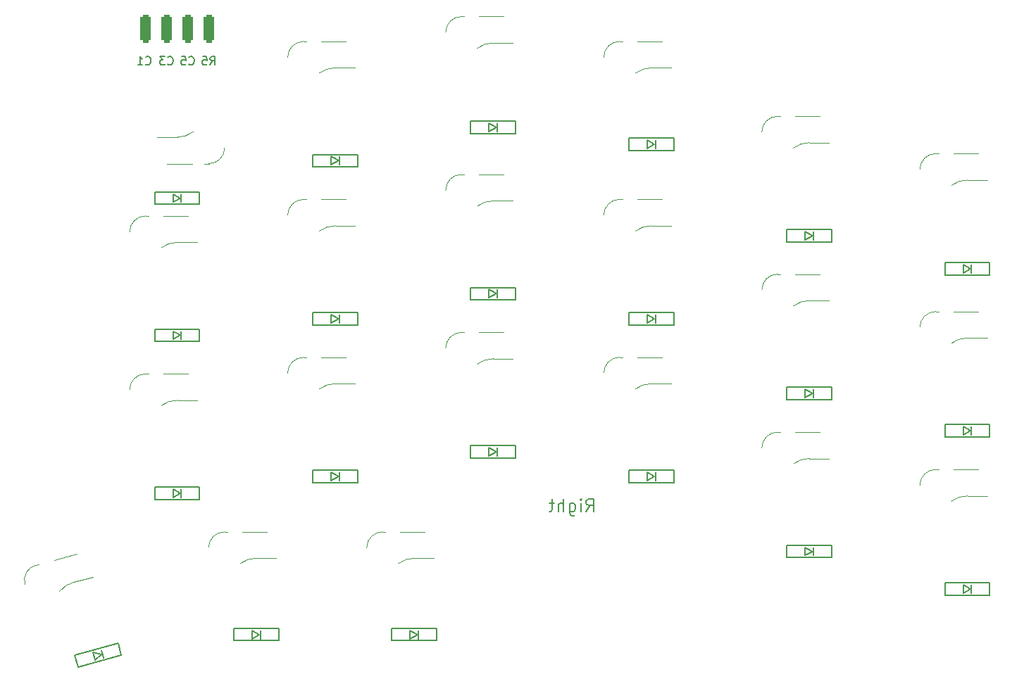
<source format=gbo>
%TF.GenerationSoftware,KiCad,Pcbnew,7.0.2-0*%
%TF.CreationDate,2023-05-24T10:58:38+08:00*%
%TF.ProjectId,Input,496e7075-742e-46b6-9963-61645f706362,2*%
%TF.SameCoordinates,PX717cbc0PY58b1140*%
%TF.FileFunction,Legend,Bot*%
%TF.FilePolarity,Positive*%
%FSLAX46Y46*%
G04 Gerber Fmt 4.6, Leading zero omitted, Abs format (unit mm)*
G04 Created by KiCad (PCBNEW 7.0.2-0) date 2023-05-24 10:58:38*
%MOMM*%
%LPD*%
G01*
G04 APERTURE LIST*
G04 Aperture macros list*
%AMRoundRect*
0 Rectangle with rounded corners*
0 $1 Rounding radius*
0 $2 $3 $4 $5 $6 $7 $8 $9 X,Y pos of 4 corners*
0 Add a 4 corners polygon primitive as box body*
4,1,4,$2,$3,$4,$5,$6,$7,$8,$9,$2,$3,0*
0 Add four circle primitives for the rounded corners*
1,1,$1+$1,$2,$3*
1,1,$1+$1,$4,$5*
1,1,$1+$1,$6,$7*
1,1,$1+$1,$8,$9*
0 Add four rect primitives between the rounded corners*
20,1,$1+$1,$2,$3,$4,$5,0*
20,1,$1+$1,$4,$5,$6,$7,0*
20,1,$1+$1,$6,$7,$8,$9,0*
20,1,$1+$1,$8,$9,$2,$3,0*%
%AMRotRect*
0 Rectangle, with rotation*
0 The origin of the aperture is its center*
0 $1 length*
0 $2 width*
0 $3 Rotation angle, in degrees counterclockwise*
0 Add horizontal line*
21,1,$1,$2,0,0,$3*%
G04 Aperture macros list end*
%ADD10C,0.150000*%
%ADD11C,0.200000*%
%ADD12C,0.120000*%
%ADD13C,0.010000*%
%ADD14C,1.900000*%
%ADD15C,3.000000*%
%ADD16C,4.000000*%
%ADD17R,2.550000X2.500000*%
%ADD18C,3.200000*%
%ADD19RoundRect,0.317500X0.317500X1.397000X-0.317500X1.397000X-0.317500X-1.397000X0.317500X-1.397000X0*%
%ADD20R,1.400000X1.000000*%
%ADD21C,1.500000*%
%ADD22RotRect,2.550000X2.500000X15.000000*%
%ADD23RotRect,1.400000X1.000000X195.000000*%
G04 APERTURE END LIST*
D10*
X-3780334Y24632620D02*
X-3732715Y24585000D01*
X-3732715Y24585000D02*
X-3589858Y24537381D01*
X-3589858Y24537381D02*
X-3494620Y24537381D01*
X-3494620Y24537381D02*
X-3351763Y24585000D01*
X-3351763Y24585000D02*
X-3256525Y24680239D01*
X-3256525Y24680239D02*
X-3208906Y24775477D01*
X-3208906Y24775477D02*
X-3161287Y24965953D01*
X-3161287Y24965953D02*
X-3161287Y25108810D01*
X-3161287Y25108810D02*
X-3208906Y25299286D01*
X-3208906Y25299286D02*
X-3256525Y25394524D01*
X-3256525Y25394524D02*
X-3351763Y25489762D01*
X-3351763Y25489762D02*
X-3494620Y25537381D01*
X-3494620Y25537381D02*
X-3589858Y25537381D01*
X-3589858Y25537381D02*
X-3732715Y25489762D01*
X-3732715Y25489762D02*
X-3780334Y25442143D01*
X-4732715Y24537381D02*
X-4161287Y24537381D01*
X-4447001Y24537381D02*
X-4447001Y25537381D01*
X-4447001Y25537381D02*
X-4351763Y25394524D01*
X-4351763Y25394524D02*
X-4256525Y25299286D01*
X-4256525Y25299286D02*
X-4161287Y25251667D01*
X-1113334Y24632620D02*
X-1065715Y24585000D01*
X-1065715Y24585000D02*
X-922858Y24537381D01*
X-922858Y24537381D02*
X-827620Y24537381D01*
X-827620Y24537381D02*
X-684763Y24585000D01*
X-684763Y24585000D02*
X-589525Y24680239D01*
X-589525Y24680239D02*
X-541906Y24775477D01*
X-541906Y24775477D02*
X-494287Y24965953D01*
X-494287Y24965953D02*
X-494287Y25108810D01*
X-494287Y25108810D02*
X-541906Y25299286D01*
X-541906Y25299286D02*
X-589525Y25394524D01*
X-589525Y25394524D02*
X-684763Y25489762D01*
X-684763Y25489762D02*
X-827620Y25537381D01*
X-827620Y25537381D02*
X-922858Y25537381D01*
X-922858Y25537381D02*
X-1065715Y25489762D01*
X-1065715Y25489762D02*
X-1113334Y25442143D01*
X-1446668Y25537381D02*
X-2065715Y25537381D01*
X-2065715Y25537381D02*
X-1732382Y25156429D01*
X-1732382Y25156429D02*
X-1875239Y25156429D01*
X-1875239Y25156429D02*
X-1970477Y25108810D01*
X-1970477Y25108810D02*
X-2018096Y25061191D01*
X-2018096Y25061191D02*
X-2065715Y24965953D01*
X-2065715Y24965953D02*
X-2065715Y24727858D01*
X-2065715Y24727858D02*
X-2018096Y24632620D01*
X-2018096Y24632620D02*
X-1970477Y24585000D01*
X-1970477Y24585000D02*
X-1875239Y24537381D01*
X-1875239Y24537381D02*
X-1589525Y24537381D01*
X-1589525Y24537381D02*
X-1494287Y24585000D01*
X-1494287Y24585000D02*
X-1446668Y24632620D01*
D11*
X49178571Y-29193928D02*
X49678571Y-28479642D01*
X50035714Y-29193928D02*
X50035714Y-27693928D01*
X50035714Y-27693928D02*
X49464285Y-27693928D01*
X49464285Y-27693928D02*
X49321428Y-27765357D01*
X49321428Y-27765357D02*
X49249999Y-27836785D01*
X49249999Y-27836785D02*
X49178571Y-27979642D01*
X49178571Y-27979642D02*
X49178571Y-28193928D01*
X49178571Y-28193928D02*
X49249999Y-28336785D01*
X49249999Y-28336785D02*
X49321428Y-28408214D01*
X49321428Y-28408214D02*
X49464285Y-28479642D01*
X49464285Y-28479642D02*
X50035714Y-28479642D01*
X48535714Y-29193928D02*
X48535714Y-28193928D01*
X48535714Y-27693928D02*
X48607142Y-27765357D01*
X48607142Y-27765357D02*
X48535714Y-27836785D01*
X48535714Y-27836785D02*
X48464285Y-27765357D01*
X48464285Y-27765357D02*
X48535714Y-27693928D01*
X48535714Y-27693928D02*
X48535714Y-27836785D01*
X47178571Y-28193928D02*
X47178571Y-29408214D01*
X47178571Y-29408214D02*
X47249999Y-29551071D01*
X47249999Y-29551071D02*
X47321428Y-29622500D01*
X47321428Y-29622500D02*
X47464285Y-29693928D01*
X47464285Y-29693928D02*
X47678571Y-29693928D01*
X47678571Y-29693928D02*
X47821428Y-29622500D01*
X47178571Y-29122500D02*
X47321428Y-29193928D01*
X47321428Y-29193928D02*
X47607142Y-29193928D01*
X47607142Y-29193928D02*
X47749999Y-29122500D01*
X47749999Y-29122500D02*
X47821428Y-29051071D01*
X47821428Y-29051071D02*
X47892856Y-28908214D01*
X47892856Y-28908214D02*
X47892856Y-28479642D01*
X47892856Y-28479642D02*
X47821428Y-28336785D01*
X47821428Y-28336785D02*
X47749999Y-28265357D01*
X47749999Y-28265357D02*
X47607142Y-28193928D01*
X47607142Y-28193928D02*
X47321428Y-28193928D01*
X47321428Y-28193928D02*
X47178571Y-28265357D01*
X46464285Y-29193928D02*
X46464285Y-27693928D01*
X45821428Y-29193928D02*
X45821428Y-28408214D01*
X45821428Y-28408214D02*
X45892856Y-28265357D01*
X45892856Y-28265357D02*
X46035713Y-28193928D01*
X46035713Y-28193928D02*
X46249999Y-28193928D01*
X46249999Y-28193928D02*
X46392856Y-28265357D01*
X46392856Y-28265357D02*
X46464285Y-28336785D01*
X45321427Y-28193928D02*
X44749999Y-28193928D01*
X45107142Y-27693928D02*
X45107142Y-28979642D01*
X45107142Y-28979642D02*
X45035713Y-29122500D01*
X45035713Y-29122500D02*
X44892856Y-29193928D01*
X44892856Y-29193928D02*
X44749999Y-29193928D01*
D10*
X3966666Y24537381D02*
X4299999Y25013572D01*
X4538094Y24537381D02*
X4538094Y25537381D01*
X4538094Y25537381D02*
X4157142Y25537381D01*
X4157142Y25537381D02*
X4061904Y25489762D01*
X4061904Y25489762D02*
X4014285Y25442143D01*
X4014285Y25442143D02*
X3966666Y25346905D01*
X3966666Y25346905D02*
X3966666Y25204048D01*
X3966666Y25204048D02*
X4014285Y25108810D01*
X4014285Y25108810D02*
X4061904Y25061191D01*
X4061904Y25061191D02*
X4157142Y25013572D01*
X4157142Y25013572D02*
X4538094Y25013572D01*
X3061904Y25537381D02*
X3538094Y25537381D01*
X3538094Y25537381D02*
X3585713Y25061191D01*
X3585713Y25061191D02*
X3538094Y25108810D01*
X3538094Y25108810D02*
X3442856Y25156429D01*
X3442856Y25156429D02*
X3204761Y25156429D01*
X3204761Y25156429D02*
X3109523Y25108810D01*
X3109523Y25108810D02*
X3061904Y25061191D01*
X3061904Y25061191D02*
X3014285Y24965953D01*
X3014285Y24965953D02*
X3014285Y24727858D01*
X3014285Y24727858D02*
X3061904Y24632620D01*
X3061904Y24632620D02*
X3109523Y24585000D01*
X3109523Y24585000D02*
X3204761Y24537381D01*
X3204761Y24537381D02*
X3442856Y24537381D01*
X3442856Y24537381D02*
X3538094Y24585000D01*
X3538094Y24585000D02*
X3585713Y24632620D01*
X1426666Y24632620D02*
X1474285Y24585000D01*
X1474285Y24585000D02*
X1617142Y24537381D01*
X1617142Y24537381D02*
X1712380Y24537381D01*
X1712380Y24537381D02*
X1855237Y24585000D01*
X1855237Y24585000D02*
X1950475Y24680239D01*
X1950475Y24680239D02*
X1998094Y24775477D01*
X1998094Y24775477D02*
X2045713Y24965953D01*
X2045713Y24965953D02*
X2045713Y25108810D01*
X2045713Y25108810D02*
X1998094Y25299286D01*
X1998094Y25299286D02*
X1950475Y25394524D01*
X1950475Y25394524D02*
X1855237Y25489762D01*
X1855237Y25489762D02*
X1712380Y25537381D01*
X1712380Y25537381D02*
X1617142Y25537381D01*
X1617142Y25537381D02*
X1474285Y25489762D01*
X1474285Y25489762D02*
X1426666Y25442143D01*
X521904Y25537381D02*
X998094Y25537381D01*
X998094Y25537381D02*
X1045713Y25061191D01*
X1045713Y25061191D02*
X998094Y25108810D01*
X998094Y25108810D02*
X902856Y25156429D01*
X902856Y25156429D02*
X664761Y25156429D01*
X664761Y25156429D02*
X569523Y25108810D01*
X569523Y25108810D02*
X521904Y25061191D01*
X521904Y25061191D02*
X474285Y24965953D01*
X474285Y24965953D02*
X474285Y24727858D01*
X474285Y24727858D02*
X521904Y24632620D01*
X521904Y24632620D02*
X569523Y24585000D01*
X569523Y24585000D02*
X664761Y24537381D01*
X664761Y24537381D02*
X902856Y24537381D01*
X902856Y24537381D02*
X998094Y24585000D01*
X998094Y24585000D02*
X1045713Y24632620D01*
D12*
%TO.C,SW20*%
X15190000Y27350000D02*
X20270000Y27350000D01*
X19000000Y24175000D02*
X22810000Y24175000D01*
X15190000Y27350000D02*
G75*
G03*
X13285000Y25445000I1J-1905001D01*
G01*
X19000000Y24175000D02*
G75*
G03*
X17095000Y23540000I3J-3175009D01*
G01*
%TO.C,SW22*%
X53190000Y27350000D02*
X58270000Y27350000D01*
X57000000Y24175000D02*
X60810000Y24175000D01*
X53190000Y27350000D02*
G75*
G03*
X51285000Y25445000I1J-1905001D01*
G01*
X57000000Y24175000D02*
G75*
G03*
X55095000Y23540000I3J-3175009D01*
G01*
%TO.C,SW44*%
X15190000Y-10650000D02*
X20270000Y-10650000D01*
X19000000Y-13825000D02*
X22810000Y-13825000D01*
X15190000Y-10650000D02*
G75*
G03*
X13285000Y-12555000I1J-1905001D01*
G01*
X19000000Y-13825000D02*
G75*
G03*
X17095000Y-14460000I3J-3175009D01*
G01*
%TO.C,SW36*%
X91190000Y-5150000D02*
X96270000Y-5150000D01*
X95000000Y-8325000D02*
X98810000Y-8325000D01*
X91190000Y-5150000D02*
G75*
G03*
X89285000Y-7055000I1J-1905001D01*
G01*
X95000000Y-8325000D02*
G75*
G03*
X93095000Y-8960000I3J-3175009D01*
G01*
%TO.C,SW34*%
X53190000Y8350000D02*
X58270000Y8350000D01*
X57000000Y5175000D02*
X60810000Y5175000D01*
X53190000Y8350000D02*
G75*
G03*
X51285000Y6445000I1J-1905001D01*
G01*
X57000000Y5175000D02*
G75*
G03*
X55095000Y4540000I3J-3175009D01*
G01*
%TO.C,SW21*%
X34190000Y30350000D02*
X39270000Y30350000D01*
X38000000Y27175000D02*
X41810000Y27175000D01*
X34190000Y30350000D02*
G75*
G03*
X32285000Y28445000I1J-1905001D01*
G01*
X38000000Y27175000D02*
G75*
G03*
X36095000Y26540000I3J-3175009D01*
G01*
%TO.C,SW19*%
X3810000Y12650000D02*
X-1270000Y12650000D01*
X0Y15825000D02*
X-3810000Y15825000D01*
X3810000Y12650000D02*
G75*
G03*
X5715000Y14555000I-1J1905001D01*
G01*
X0Y15825000D02*
G75*
G03*
X1905000Y16460000I-3J3175009D01*
G01*
%TO.C,SW45*%
X34190000Y-7650000D02*
X39270000Y-7650000D01*
X38000000Y-10825000D02*
X41810000Y-10825000D01*
X34190000Y-7650000D02*
G75*
G03*
X32285000Y-9555000I1J-1905001D01*
G01*
X38000000Y-10825000D02*
G75*
G03*
X36095000Y-11460000I3J-3175009D01*
G01*
%TO.C,SW33*%
X34190000Y11350000D02*
X39270000Y11350000D01*
X38000000Y8175000D02*
X41810000Y8175000D01*
X34190000Y11350000D02*
G75*
G03*
X32285000Y9445000I1J-1905001D01*
G01*
X38000000Y8175000D02*
G75*
G03*
X36095000Y7540000I3J-3175009D01*
G01*
%TO.C,SW24*%
X91190000Y13850000D02*
X96270000Y13850000D01*
X95000000Y10675000D02*
X98810000Y10675000D01*
X91190000Y13850000D02*
G75*
G03*
X89285000Y11945000I1J-1905001D01*
G01*
X95000000Y10675000D02*
G75*
G03*
X93095000Y10040000I3J-3175009D01*
G01*
%TO.C,SW47*%
X72190000Y-19650000D02*
X77270000Y-19650000D01*
X76000000Y-22825000D02*
X79810000Y-22825000D01*
X72190000Y-19650000D02*
G75*
G03*
X70285000Y-21555000I1J-1905001D01*
G01*
X76000000Y-22825000D02*
G75*
G03*
X74095000Y-23460000I3J-3175009D01*
G01*
%TO.C,SW32*%
X15190000Y8350000D02*
X20270000Y8350000D01*
X19000000Y5175000D02*
X22810000Y5175000D01*
X15190000Y8350000D02*
G75*
G03*
X13285000Y6445000I1J-1905001D01*
G01*
X19000000Y5175000D02*
G75*
G03*
X17095000Y4540000I3J-3175009D01*
G01*
%TO.C,SW35*%
X72190000Y-650000D02*
X77270000Y-650000D01*
X76000000Y-3825000D02*
X79810000Y-3825000D01*
X72190000Y-650000D02*
G75*
G03*
X70285000Y-2555000I1J-1905001D01*
G01*
X76000000Y-3825000D02*
G75*
G03*
X74095000Y-4460000I3J-3175009D01*
G01*
%TO.C,SW43*%
X-3810000Y-12650000D02*
X1270000Y-12650000D01*
X0Y-15825000D02*
X3810000Y-15825000D01*
X-3810000Y-12650000D02*
G75*
G03*
X-5715000Y-14555000I1J-1905001D01*
G01*
X0Y-15825000D02*
G75*
G03*
X-1905000Y-16460000I3J-3175009D01*
G01*
%TO.C,SW31*%
X-3810000Y6350000D02*
X1270000Y6350000D01*
X0Y3175000D02*
X3810000Y3175000D01*
X-3810000Y6350000D02*
G75*
G03*
X-5715000Y4445000I1J-1905001D01*
G01*
X0Y3175000D02*
G75*
G03*
X-1905000Y2540000I3J-3175009D01*
G01*
%TO.C,SW23*%
X72190000Y18350000D02*
X77270000Y18350000D01*
X76000000Y15175000D02*
X79810000Y15175000D01*
X72190000Y18350000D02*
G75*
G03*
X70285000Y16445000I1J-1905001D01*
G01*
X76000000Y15175000D02*
G75*
G03*
X74095000Y14540000I3J-3175009D01*
G01*
%TO.C,SW48*%
X91190000Y-24150000D02*
X96270000Y-24150000D01*
X95000000Y-27325000D02*
X98810000Y-27325000D01*
X91190000Y-24150000D02*
G75*
G03*
X89285000Y-26055000I1J-1905001D01*
G01*
X95000000Y-27325000D02*
G75*
G03*
X93095000Y-27960000I3J-3175009D01*
G01*
%TO.C,SW46*%
X53190000Y-10650000D02*
X58270000Y-10650000D01*
X57000000Y-13825000D02*
X60810000Y-13825000D01*
X53190000Y-10650000D02*
G75*
G03*
X51285000Y-12555000I1J-1905001D01*
G01*
X57000000Y-13825000D02*
G75*
G03*
X55095000Y-14460000I3J-3175009D01*
G01*
D10*
%TO.C,D47*%
X78700000Y-34750000D02*
X73300000Y-34750000D01*
X78700000Y-33250000D02*
X78700000Y-34750000D01*
X76500000Y-33500000D02*
X76500000Y-34500000D01*
X76400000Y-34000000D02*
X75500000Y-33500000D01*
X75500000Y-34500000D02*
X76400000Y-34000000D01*
X75500000Y-33500000D02*
X75500000Y-34500000D01*
X73300000Y-33250000D02*
X78700000Y-33250000D01*
X73300000Y-33250000D02*
X73300000Y-34750000D01*
%TO.C,D32*%
X21700000Y-6750000D02*
X16300000Y-6750000D01*
X21700000Y-5250000D02*
X21700000Y-6750000D01*
X19500000Y-5500000D02*
X19500000Y-6500000D01*
X19400000Y-6000000D02*
X18500000Y-5500000D01*
X18500000Y-6500000D02*
X19400000Y-6000000D01*
X18500000Y-5500000D02*
X18500000Y-6500000D01*
X16300000Y-5250000D02*
X21700000Y-5250000D01*
X16300000Y-5250000D02*
X16300000Y-6750000D01*
%TO.C,D21*%
X40700000Y16250000D02*
X35300000Y16250000D01*
X40700000Y17750000D02*
X40700000Y16250000D01*
X38500000Y17500000D02*
X38500000Y16500000D01*
X38400000Y17000000D02*
X37500000Y17500000D01*
X37500000Y16500000D02*
X38400000Y17000000D01*
X37500000Y17500000D02*
X37500000Y16500000D01*
X35300000Y17750000D02*
X40700000Y17750000D01*
X35300000Y17750000D02*
X35300000Y16250000D01*
%TO.C,D56*%
X12200000Y-44750000D02*
X6800000Y-44750000D01*
X12200000Y-43250000D02*
X12200000Y-44750000D01*
X10000000Y-43500000D02*
X10000000Y-44500000D01*
X9900000Y-44000000D02*
X9000000Y-43500000D01*
X9000000Y-44500000D02*
X9900000Y-44000000D01*
X9000000Y-43500000D02*
X9000000Y-44500000D01*
X6800000Y-43250000D02*
X12200000Y-43250000D01*
X6800000Y-43250000D02*
X6800000Y-44750000D01*
%TO.C,D57*%
X31200000Y-44750000D02*
X25800000Y-44750000D01*
X31200000Y-43250000D02*
X31200000Y-44750000D01*
X29000000Y-43500000D02*
X29000000Y-44500000D01*
X28900000Y-44000000D02*
X28000000Y-43500000D01*
X28000000Y-44500000D02*
X28900000Y-44000000D01*
X28000000Y-43500000D02*
X28000000Y-44500000D01*
X25800000Y-43250000D02*
X31200000Y-43250000D01*
X25800000Y-43250000D02*
X25800000Y-44750000D01*
%TO.C,D23*%
X78700000Y3250000D02*
X73300000Y3250000D01*
X78700000Y4750000D02*
X78700000Y3250000D01*
X76500000Y4500000D02*
X76500000Y3500000D01*
X76400000Y4000000D02*
X75500000Y4500000D01*
X75500000Y3500000D02*
X76400000Y4000000D01*
X75500000Y4500000D02*
X75500000Y3500000D01*
X73300000Y4750000D02*
X78700000Y4750000D01*
X73300000Y4750000D02*
X73300000Y3250000D01*
%TO.C,D31*%
X2700000Y-8750000D02*
X-2700000Y-8750000D01*
X2700000Y-7250000D02*
X2700000Y-8750000D01*
X500000Y-7500000D02*
X500000Y-8500000D01*
X400000Y-8000000D02*
X-500000Y-7500000D01*
X-500000Y-8500000D02*
X400000Y-8000000D01*
X-500000Y-7500000D02*
X-500000Y-8500000D01*
X-2700000Y-7250000D02*
X2700000Y-7250000D01*
X-2700000Y-7250000D02*
X-2700000Y-8750000D01*
D12*
%TO.C,SW55*%
X-12456746Y-37715186D02*
X-8776569Y-36729085D01*
X-16958674Y-35634472D02*
X-12051771Y-34319671D01*
X-12456746Y-37715186D02*
G75*
G03*
X-14132485Y-38821599I821755J-3066822D01*
G01*
X-16958674Y-35634471D02*
G75*
G03*
X-18305713Y-37967611I493050J-1840089D01*
G01*
D10*
%TO.C,D46*%
X59700000Y-25750000D02*
X54300000Y-25750000D01*
X59700000Y-24250000D02*
X59700000Y-25750000D01*
X57500000Y-24500000D02*
X57500000Y-25500000D01*
X57400000Y-25000000D02*
X56500000Y-24500000D01*
X56500000Y-25500000D02*
X57400000Y-25000000D01*
X56500000Y-24500000D02*
X56500000Y-25500000D01*
X54300000Y-24250000D02*
X59700000Y-24250000D01*
X54300000Y-24250000D02*
X54300000Y-25750000D01*
%TO.C,D44*%
X21700000Y-25750000D02*
X16300000Y-25750000D01*
X21700000Y-24250000D02*
X21700000Y-25750000D01*
X19500000Y-24500000D02*
X19500000Y-25500000D01*
X19400000Y-25000000D02*
X18500000Y-24500000D01*
X18500000Y-25500000D02*
X19400000Y-25000000D01*
X18500000Y-24500000D02*
X18500000Y-25500000D01*
X16300000Y-24250000D02*
X21700000Y-24250000D01*
X16300000Y-24250000D02*
X16300000Y-25750000D01*
%TO.C,D24*%
X97700000Y-750000D02*
X92300000Y-750000D01*
X97700000Y750000D02*
X97700000Y-750000D01*
X95500000Y500000D02*
X95500000Y-500000D01*
X95400000Y0D02*
X94500000Y500000D01*
X94500000Y-500000D02*
X95400000Y0D01*
X94500000Y500000D02*
X94500000Y-500000D01*
X92300000Y750000D02*
X97700000Y750000D01*
X92300000Y750000D02*
X92300000Y-750000D01*
%TO.C,D35*%
X78700000Y-15750000D02*
X73300000Y-15750000D01*
X78700000Y-14250000D02*
X78700000Y-15750000D01*
X76500000Y-14500000D02*
X76500000Y-15500000D01*
X76400000Y-15000000D02*
X75500000Y-14500000D01*
X75500000Y-15500000D02*
X76400000Y-15000000D01*
X75500000Y-14500000D02*
X75500000Y-15500000D01*
X73300000Y-14250000D02*
X78700000Y-14250000D01*
X73300000Y-14250000D02*
X73300000Y-15750000D01*
%TO.C,D43*%
X2700000Y-27750000D02*
X-2700000Y-27750000D01*
X2700000Y-26250000D02*
X2700000Y-27750000D01*
X500000Y-26500000D02*
X500000Y-27500000D01*
X400000Y-27000000D02*
X-500000Y-26500000D01*
X-500000Y-27500000D02*
X400000Y-27000000D01*
X-500000Y-26500000D02*
X-500000Y-27500000D01*
X-2700000Y-26250000D02*
X2700000Y-26250000D01*
X-2700000Y-26250000D02*
X-2700000Y-27750000D01*
%TO.C,D19*%
X2700000Y7750000D02*
X-2700000Y7750000D01*
X2700000Y9250000D02*
X2700000Y7750000D01*
X500000Y9000000D02*
X500000Y8000000D01*
X400000Y8500000D02*
X-500000Y9000000D01*
X-500000Y8000000D02*
X400000Y8500000D01*
X-500000Y9000000D02*
X-500000Y8000000D01*
X-2700000Y9250000D02*
X2700000Y9250000D01*
X-2700000Y9250000D02*
X-2700000Y7750000D01*
%TO.C,D20*%
X21700000Y12250000D02*
X16300000Y12250000D01*
X21700000Y13750000D02*
X21700000Y12250000D01*
X19500000Y13500000D02*
X19500000Y12500000D01*
X19400000Y13000000D02*
X18500000Y13500000D01*
X18500000Y12500000D02*
X19400000Y13000000D01*
X18500000Y13500000D02*
X18500000Y12500000D01*
X16300000Y13750000D02*
X21700000Y13750000D01*
X16300000Y13750000D02*
X16300000Y12250000D01*
%TO.C,D33*%
X40700000Y-3750000D02*
X35300000Y-3750000D01*
X40700000Y-2250000D02*
X40700000Y-3750000D01*
X38500000Y-2500000D02*
X38500000Y-3500000D01*
X38400000Y-3000000D02*
X37500000Y-2500000D01*
X37500000Y-3500000D02*
X38400000Y-3000000D01*
X37500000Y-2500000D02*
X37500000Y-3500000D01*
X35300000Y-2250000D02*
X40700000Y-2250000D01*
X35300000Y-2250000D02*
X35300000Y-3750000D01*
%TO.C,D22*%
X59700000Y14250000D02*
X54300000Y14250000D01*
X59700000Y15750000D02*
X59700000Y14250000D01*
X57500000Y15500000D02*
X57500000Y14500000D01*
X57400000Y15000000D02*
X56500000Y15500000D01*
X56500000Y14500000D02*
X57400000Y15000000D01*
X56500000Y15500000D02*
X56500000Y14500000D01*
X54300000Y15750000D02*
X59700000Y15750000D01*
X54300000Y15750000D02*
X54300000Y14250000D01*
%TO.C,D45*%
X40700000Y-22750000D02*
X35300000Y-22750000D01*
X40700000Y-21250000D02*
X40700000Y-22750000D01*
X38500000Y-21500000D02*
X38500000Y-22500000D01*
X38400000Y-22000000D02*
X37500000Y-21500000D01*
X37500000Y-22500000D02*
X38400000Y-22000000D01*
X37500000Y-21500000D02*
X37500000Y-22500000D01*
X35300000Y-21250000D02*
X40700000Y-21250000D01*
X35300000Y-21250000D02*
X35300000Y-22750000D01*
%TO.C,D34*%
X59700000Y-6750000D02*
X54300000Y-6750000D01*
X59700000Y-5250000D02*
X59700000Y-6750000D01*
X57500000Y-5500000D02*
X57500000Y-6500000D01*
X57400000Y-6000000D02*
X56500000Y-5500000D01*
X56500000Y-6500000D02*
X57400000Y-6000000D01*
X56500000Y-5500000D02*
X56500000Y-6500000D01*
X54300000Y-5250000D02*
X59700000Y-5250000D01*
X54300000Y-5250000D02*
X54300000Y-6750000D01*
D12*
%TO.C,SW56*%
X9500004Y-34825000D02*
X13310004Y-34825000D01*
X5690004Y-31650000D02*
X10770004Y-31650000D01*
X9500004Y-34825000D02*
G75*
G03*
X7595004Y-35460000I3J-3175009D01*
G01*
X5690004Y-31650000D02*
G75*
G03*
X3785004Y-33555000I0J-1905000D01*
G01*
D10*
%TO.C,D55*%
X-6697886Y-46525633D02*
X-11913885Y-47923256D01*
X-7086115Y-45076744D02*
X-6697886Y-46525633D01*
X-9146447Y-45887628D02*
X-8887628Y-46853553D01*
X-9113630Y-46396472D02*
X-10112372Y-46146447D01*
X-9853553Y-47112372D02*
X-9113630Y-46396472D01*
X-10112372Y-46146447D02*
X-9853553Y-47112372D01*
X-12302114Y-46474367D02*
X-7086115Y-45076744D01*
X-12302114Y-46474367D02*
X-11913885Y-47923256D01*
D12*
%TO.C,SW57*%
X28500000Y-34825000D02*
X32310000Y-34825000D01*
X24690000Y-31650000D02*
X29770000Y-31650000D01*
X28500000Y-34825000D02*
G75*
G03*
X26595000Y-35460000I3J-3175009D01*
G01*
X24690000Y-31650000D02*
G75*
G03*
X22785000Y-33555000I0J-1905000D01*
G01*
D10*
%TO.C,D36*%
X97700000Y-20250000D02*
X92300000Y-20250000D01*
X97700000Y-18750000D02*
X97700000Y-20250000D01*
X95500000Y-19000000D02*
X95500000Y-20000000D01*
X95400000Y-19500000D02*
X94500000Y-19000000D01*
X94500000Y-20000000D02*
X95400000Y-19500000D01*
X94500000Y-19000000D02*
X94500000Y-20000000D01*
X92300000Y-18750000D02*
X97700000Y-18750000D01*
X92300000Y-18750000D02*
X92300000Y-20250000D01*
%TO.C,D48*%
X97700000Y-39250000D02*
X92300000Y-39250000D01*
X97700000Y-37750000D02*
X97700000Y-39250000D01*
X95500000Y-38000000D02*
X95500000Y-39000000D01*
X95400000Y-38500000D02*
X94500000Y-38000000D01*
X94500000Y-39000000D02*
X95400000Y-38500000D01*
X94500000Y-38000000D02*
X94500000Y-39000000D01*
X92300000Y-37750000D02*
X97700000Y-37750000D01*
X92300000Y-37750000D02*
X92300000Y-39250000D01*
%TD*%
%LPC*%
%TO.C,REF\u002A\u002A*%
D13*
X54482829Y-37951097D02*
X54542753Y-37973355D01*
X54567673Y-37990080D01*
X54592910Y-38014043D01*
X54610912Y-38044526D01*
X54622858Y-38086023D01*
X54629930Y-38143032D01*
X54633308Y-38220047D01*
X54634171Y-38321565D01*
X54634002Y-38374027D01*
X54633153Y-38445715D01*
X54631711Y-38502925D01*
X54629814Y-38540809D01*
X54627597Y-38554514D01*
X54613172Y-38549981D01*
X54584054Y-38537670D01*
X54583181Y-38537272D01*
X54568060Y-38529356D01*
X54557891Y-38518495D01*
X54551691Y-38499471D01*
X54548478Y-38467069D01*
X54547270Y-38416071D01*
X54547086Y-38341261D01*
X54546714Y-38293804D01*
X54542750Y-38204615D01*
X54533673Y-38139287D01*
X54518524Y-38094393D01*
X54496345Y-38066507D01*
X54466175Y-38052203D01*
X54461990Y-38051206D01*
X54405480Y-38050427D01*
X54361410Y-38075744D01*
X54330972Y-38126502D01*
X54325544Y-38141175D01*
X54313171Y-38173649D01*
X54306905Y-38188572D01*
X54294036Y-38186516D01*
X54265933Y-38175357D01*
X54239721Y-38156927D01*
X54227771Y-38122098D01*
X54231336Y-38097151D01*
X54253235Y-38046547D01*
X54288644Y-37999128D01*
X54330052Y-37966334D01*
X54347400Y-37958752D01*
X54413089Y-37946076D01*
X54482829Y-37951097D01*
G36*
X54482829Y-37951097D02*
G01*
X54542753Y-37973355D01*
X54567673Y-37990080D01*
X54592910Y-38014043D01*
X54610912Y-38044526D01*
X54622858Y-38086023D01*
X54629930Y-38143032D01*
X54633308Y-38220047D01*
X54634171Y-38321565D01*
X54634002Y-38374027D01*
X54633153Y-38445715D01*
X54631711Y-38502925D01*
X54629814Y-38540809D01*
X54627597Y-38554514D01*
X54613172Y-38549981D01*
X54584054Y-38537670D01*
X54583181Y-38537272D01*
X54568060Y-38529356D01*
X54557891Y-38518495D01*
X54551691Y-38499471D01*
X54548478Y-38467069D01*
X54547270Y-38416071D01*
X54547086Y-38341261D01*
X54546714Y-38293804D01*
X54542750Y-38204615D01*
X54533673Y-38139287D01*
X54518524Y-38094393D01*
X54496345Y-38066507D01*
X54466175Y-38052203D01*
X54461990Y-38051206D01*
X54405480Y-38050427D01*
X54361410Y-38075744D01*
X54330972Y-38126502D01*
X54325544Y-38141175D01*
X54313171Y-38173649D01*
X54306905Y-38188572D01*
X54294036Y-38186516D01*
X54265933Y-38175357D01*
X54239721Y-38156927D01*
X54227771Y-38122098D01*
X54231336Y-38097151D01*
X54253235Y-38046547D01*
X54288644Y-37999128D01*
X54330052Y-37966334D01*
X54347400Y-37958752D01*
X54413089Y-37946076D01*
X54482829Y-37951097D01*
G37*
X58431020Y-37917822D02*
X58498810Y-37949680D01*
X58554366Y-38004770D01*
X58565881Y-38022016D01*
X58575432Y-38041562D01*
X58582206Y-38066198D01*
X58586819Y-38100711D01*
X58589888Y-38149889D01*
X58592029Y-38218519D01*
X58593859Y-38311389D01*
X58598404Y-38569007D01*
X58560225Y-38554491D01*
X58525268Y-38541156D01*
X58499097Y-38528323D01*
X58482013Y-38511780D01*
X58472086Y-38486465D01*
X58467386Y-38447316D01*
X58465982Y-38389268D01*
X58465943Y-38307261D01*
X58465744Y-38241895D01*
X58464559Y-38179173D01*
X58461729Y-38136334D01*
X58456609Y-38108220D01*
X58448553Y-38089675D01*
X58436914Y-38075543D01*
X58408303Y-38055600D01*
X58360239Y-38048083D01*
X58312688Y-38067079D01*
X58309550Y-38069511D01*
X58299769Y-38080748D01*
X58292553Y-38098770D01*
X58287299Y-38128026D01*
X58283402Y-38172962D01*
X58280256Y-38238028D01*
X58277257Y-38327670D01*
X58270000Y-38567697D01*
X58208314Y-38540044D01*
X58146629Y-38512391D01*
X58146629Y-38293246D01*
X58146884Y-38233711D01*
X58149086Y-38150892D01*
X58154661Y-38089227D01*
X58164941Y-38043748D01*
X58181258Y-38009484D01*
X58204943Y-37981466D01*
X58237328Y-37954723D01*
X58283907Y-37927780D01*
X58357287Y-37910191D01*
X58431020Y-37917822D01*
G36*
X58431020Y-37917822D02*
G01*
X58498810Y-37949680D01*
X58554366Y-38004770D01*
X58565881Y-38022016D01*
X58575432Y-38041562D01*
X58582206Y-38066198D01*
X58586819Y-38100711D01*
X58589888Y-38149889D01*
X58592029Y-38218519D01*
X58593859Y-38311389D01*
X58598404Y-38569007D01*
X58560225Y-38554491D01*
X58525268Y-38541156D01*
X58499097Y-38528323D01*
X58482013Y-38511780D01*
X58472086Y-38486465D01*
X58467386Y-38447316D01*
X58465982Y-38389268D01*
X58465943Y-38307261D01*
X58465744Y-38241895D01*
X58464559Y-38179173D01*
X58461729Y-38136334D01*
X58456609Y-38108220D01*
X58448553Y-38089675D01*
X58436914Y-38075543D01*
X58408303Y-38055600D01*
X58360239Y-38048083D01*
X58312688Y-38067079D01*
X58309550Y-38069511D01*
X58299769Y-38080748D01*
X58292553Y-38098770D01*
X58287299Y-38128026D01*
X58283402Y-38172962D01*
X58280256Y-38238028D01*
X58277257Y-38327670D01*
X58270000Y-38567697D01*
X58208314Y-38540044D01*
X58146629Y-38512391D01*
X58146629Y-38293246D01*
X58146884Y-38233711D01*
X58149086Y-38150892D01*
X58154661Y-38089227D01*
X58164941Y-38043748D01*
X58181258Y-38009484D01*
X58204943Y-37981466D01*
X58237328Y-37954723D01*
X58283907Y-37927780D01*
X58357287Y-37910191D01*
X58431020Y-37917822D01*
G37*
X56607691Y-37966467D02*
X56612273Y-37969003D01*
X56649704Y-37998057D01*
X56683170Y-38035410D01*
X56689007Y-38043852D01*
X56700165Y-38063553D01*
X56708136Y-38086935D01*
X56713618Y-38119067D01*
X56717307Y-38165019D01*
X56719899Y-38229859D01*
X56722092Y-38318657D01*
X56722402Y-38333669D01*
X56723400Y-38430999D01*
X56721994Y-38499934D01*
X56718164Y-38540948D01*
X56711889Y-38554514D01*
X56692898Y-38550452D01*
X56660638Y-38538144D01*
X56653041Y-38534545D01*
X56641176Y-38526398D01*
X56632994Y-38513004D01*
X56627643Y-38489608D01*
X56624269Y-38451455D01*
X56622019Y-38393790D01*
X56620040Y-38311857D01*
X56619498Y-38287907D01*
X56617403Y-38212266D01*
X56614683Y-38159328D01*
X56610515Y-38124075D01*
X56604079Y-38101487D01*
X56594550Y-38086544D01*
X56581106Y-38074227D01*
X56541305Y-38052634D01*
X56492341Y-38048476D01*
X56448529Y-38064999D01*
X56417008Y-38099210D01*
X56404914Y-38148114D01*
X56404578Y-38161407D01*
X56397972Y-38185472D01*
X56378470Y-38189144D01*
X56340283Y-38174813D01*
X56331438Y-38170217D01*
X56307534Y-38143186D01*
X56307061Y-38102994D01*
X56329836Y-38047409D01*
X56350727Y-38017117D01*
X56404142Y-37974084D01*
X56470074Y-37949755D01*
X56540574Y-37946443D01*
X56607691Y-37966467D01*
G36*
X56607691Y-37966467D02*
G01*
X56612273Y-37969003D01*
X56649704Y-37998057D01*
X56683170Y-38035410D01*
X56689007Y-38043852D01*
X56700165Y-38063553D01*
X56708136Y-38086935D01*
X56713618Y-38119067D01*
X56717307Y-38165019D01*
X56719899Y-38229859D01*
X56722092Y-38318657D01*
X56722402Y-38333669D01*
X56723400Y-38430999D01*
X56721994Y-38499934D01*
X56718164Y-38540948D01*
X56711889Y-38554514D01*
X56692898Y-38550452D01*
X56660638Y-38538144D01*
X56653041Y-38534545D01*
X56641176Y-38526398D01*
X56632994Y-38513004D01*
X56627643Y-38489608D01*
X56624269Y-38451455D01*
X56622019Y-38393790D01*
X56620040Y-38311857D01*
X56619498Y-38287907D01*
X56617403Y-38212266D01*
X56614683Y-38159328D01*
X56610515Y-38124075D01*
X56604079Y-38101487D01*
X56594550Y-38086544D01*
X56581106Y-38074227D01*
X56541305Y-38052634D01*
X56492341Y-38048476D01*
X56448529Y-38064999D01*
X56417008Y-38099210D01*
X56404914Y-38148114D01*
X56404578Y-38161407D01*
X56397972Y-38185472D01*
X56378470Y-38189144D01*
X56340283Y-38174813D01*
X56331438Y-38170217D01*
X56307534Y-38143186D01*
X56307061Y-38102994D01*
X56329836Y-38047409D01*
X56350727Y-38017117D01*
X56404142Y-37974084D01*
X56470074Y-37949755D01*
X56540574Y-37946443D01*
X56607691Y-37966467D01*
G37*
X57678543Y-37749444D02*
X57725714Y-37769342D01*
X57725714Y-38166509D01*
X57725519Y-38269498D01*
X57724998Y-38362141D01*
X57724199Y-38440700D01*
X57723172Y-38501439D01*
X57721963Y-38540623D01*
X57720623Y-38554514D01*
X57720099Y-38554468D01*
X57702287Y-38549420D01*
X57669823Y-38538580D01*
X57624114Y-38522646D01*
X57624114Y-38318173D01*
X57623824Y-38237832D01*
X57622474Y-38179562D01*
X57619369Y-38139909D01*
X57613812Y-38113618D01*
X57605107Y-38095436D01*
X57592556Y-38080107D01*
X57583999Y-38071955D01*
X57537728Y-38049375D01*
X57486728Y-38051375D01*
X57439993Y-38078073D01*
X57433189Y-38084698D01*
X57422293Y-38098456D01*
X57414836Y-38116642D01*
X57410169Y-38144177D01*
X57407642Y-38185981D01*
X57406602Y-38246973D01*
X57406400Y-38332073D01*
X57406303Y-38375234D01*
X57405674Y-38446224D01*
X57404556Y-38503076D01*
X57403063Y-38540828D01*
X57401309Y-38554514D01*
X57400785Y-38554468D01*
X57382973Y-38549420D01*
X57350509Y-38538580D01*
X57304800Y-38522646D01*
X57304823Y-38317237D01*
X57304857Y-38298951D01*
X57306778Y-38203626D01*
X57312678Y-38131543D01*
X57324001Y-38077813D01*
X57342187Y-38037549D01*
X57368679Y-38005861D01*
X57404918Y-37977861D01*
X57440263Y-37960333D01*
X57496773Y-37946785D01*
X57552356Y-37946015D01*
X57595086Y-37959195D01*
X57598298Y-37961015D01*
X57608205Y-37960820D01*
X57614975Y-37945572D01*
X57619861Y-37910613D01*
X57624114Y-37851289D01*
X57631371Y-37729547D01*
X57678543Y-37749444D01*
G36*
X57678543Y-37749444D02*
G01*
X57725714Y-37769342D01*
X57725714Y-38166509D01*
X57725519Y-38269498D01*
X57724998Y-38362141D01*
X57724199Y-38440700D01*
X57723172Y-38501439D01*
X57721963Y-38540623D01*
X57720623Y-38554514D01*
X57720099Y-38554468D01*
X57702287Y-38549420D01*
X57669823Y-38538580D01*
X57624114Y-38522646D01*
X57624114Y-38318173D01*
X57623824Y-38237832D01*
X57622474Y-38179562D01*
X57619369Y-38139909D01*
X57613812Y-38113618D01*
X57605107Y-38095436D01*
X57592556Y-38080107D01*
X57583999Y-38071955D01*
X57537728Y-38049375D01*
X57486728Y-38051375D01*
X57439993Y-38078073D01*
X57433189Y-38084698D01*
X57422293Y-38098456D01*
X57414836Y-38116642D01*
X57410169Y-38144177D01*
X57407642Y-38185981D01*
X57406602Y-38246973D01*
X57406400Y-38332073D01*
X57406303Y-38375234D01*
X57405674Y-38446224D01*
X57404556Y-38503076D01*
X57403063Y-38540828D01*
X57401309Y-38554514D01*
X57400785Y-38554468D01*
X57382973Y-38549420D01*
X57350509Y-38538580D01*
X57304800Y-38522646D01*
X57304823Y-38317237D01*
X57304857Y-38298951D01*
X57306778Y-38203626D01*
X57312678Y-38131543D01*
X57324001Y-38077813D01*
X57342187Y-38037549D01*
X57368679Y-38005861D01*
X57404918Y-37977861D01*
X57440263Y-37960333D01*
X57496773Y-37946785D01*
X57552356Y-37946015D01*
X57595086Y-37959195D01*
X57598298Y-37961015D01*
X57608205Y-37960820D01*
X57614975Y-37945572D01*
X57619861Y-37910613D01*
X57624114Y-37851289D01*
X57631371Y-37729547D01*
X57678543Y-37749444D01*
G37*
X55653941Y-37949282D02*
X55685774Y-37961758D01*
X55722743Y-37978602D01*
X55722743Y-38465196D01*
X55676812Y-38511127D01*
X55666320Y-38521427D01*
X55637255Y-38544320D01*
X55607943Y-38551735D01*
X55564326Y-38548321D01*
X55546568Y-38546114D01*
X55500767Y-38541445D01*
X55468743Y-38539585D01*
X55459244Y-38539869D01*
X55420274Y-38542948D01*
X55373160Y-38548321D01*
X55358085Y-38550168D01*
X55320110Y-38550893D01*
X55292325Y-38539429D01*
X55260674Y-38511127D01*
X55214743Y-38465196D01*
X55214743Y-38205055D01*
X55215101Y-38128180D01*
X55216216Y-38054886D01*
X55217952Y-37996850D01*
X55220167Y-37958663D01*
X55222721Y-37944914D01*
X55223256Y-37944951D01*
X55241808Y-37951793D01*
X55273153Y-37966868D01*
X55315608Y-37988822D01*
X55319604Y-38217240D01*
X55323600Y-38445657D01*
X55410686Y-38445657D01*
X55414657Y-38195286D01*
X55415916Y-38127227D01*
X55417718Y-38054482D01*
X55419671Y-37996730D01*
X55421612Y-37958648D01*
X55423377Y-37944914D01*
X55423885Y-37944962D01*
X55441482Y-37950015D01*
X55473834Y-37960849D01*
X55519543Y-37976783D01*
X55519765Y-38196706D01*
X55519988Y-38234909D01*
X55521531Y-38309146D01*
X55524292Y-38371145D01*
X55527977Y-38415308D01*
X55532292Y-38436041D01*
X55547732Y-38447131D01*
X55579241Y-38450556D01*
X55613886Y-38445657D01*
X55617857Y-38195286D01*
X55619278Y-38131663D01*
X55622225Y-38056356D01*
X55626079Y-37997286D01*
X55630542Y-37958718D01*
X55635317Y-37944914D01*
X55653941Y-37949282D01*
G36*
X55653941Y-37949282D02*
G01*
X55685774Y-37961758D01*
X55722743Y-37978602D01*
X55722743Y-38465196D01*
X55676812Y-38511127D01*
X55666320Y-38521427D01*
X55637255Y-38544320D01*
X55607943Y-38551735D01*
X55564326Y-38548321D01*
X55546568Y-38546114D01*
X55500767Y-38541445D01*
X55468743Y-38539585D01*
X55459244Y-38539869D01*
X55420274Y-38542948D01*
X55373160Y-38548321D01*
X55358085Y-38550168D01*
X55320110Y-38550893D01*
X55292325Y-38539429D01*
X55260674Y-38511127D01*
X55214743Y-38465196D01*
X55214743Y-38205055D01*
X55215101Y-38128180D01*
X55216216Y-38054886D01*
X55217952Y-37996850D01*
X55220167Y-37958663D01*
X55222721Y-37944914D01*
X55223256Y-37944951D01*
X55241808Y-37951793D01*
X55273153Y-37966868D01*
X55315608Y-37988822D01*
X55319604Y-38217240D01*
X55323600Y-38445657D01*
X55410686Y-38445657D01*
X55414657Y-38195286D01*
X55415916Y-38127227D01*
X55417718Y-38054482D01*
X55419671Y-37996730D01*
X55421612Y-37958648D01*
X55423377Y-37944914D01*
X55423885Y-37944962D01*
X55441482Y-37950015D01*
X55473834Y-37960849D01*
X55519543Y-37976783D01*
X55519765Y-38196706D01*
X55519988Y-38234909D01*
X55521531Y-38309146D01*
X55524292Y-38371145D01*
X55527977Y-38415308D01*
X55532292Y-38436041D01*
X55547732Y-38447131D01*
X55579241Y-38450556D01*
X55613886Y-38445657D01*
X55617857Y-38195286D01*
X55619278Y-38131663D01*
X55622225Y-38056356D01*
X55626079Y-37997286D01*
X55630542Y-37958718D01*
X55635317Y-37944914D01*
X55653941Y-37949282D01*
G37*
X60265714Y-38235200D02*
X60265701Y-38250935D01*
X60264914Y-38321119D01*
X60262210Y-38370022D01*
X60256606Y-38404178D01*
X60247119Y-38430124D01*
X60232768Y-38454397D01*
X60229237Y-38459433D01*
X60191878Y-38499143D01*
X60149311Y-38529092D01*
X60127452Y-38538810D01*
X60048908Y-38555020D01*
X59971231Y-38544535D01*
X59899645Y-38508707D01*
X59839374Y-38448887D01*
X59834286Y-38440873D01*
X59817730Y-38394342D01*
X59806573Y-38329552D01*
X59801160Y-38254727D01*
X59801768Y-38185513D01*
X59948248Y-38185513D01*
X59949402Y-38281399D01*
X59949866Y-38287569D01*
X59956629Y-38340478D01*
X59968671Y-38374029D01*
X59989005Y-38397016D01*
X60023097Y-38418548D01*
X60056814Y-38419680D01*
X60091543Y-38394857D01*
X60097584Y-38388325D01*
X60109417Y-38368779D01*
X60116404Y-38340386D01*
X60119727Y-38296430D01*
X60120571Y-38230192D01*
X60119125Y-38168150D01*
X60111907Y-38109042D01*
X60097006Y-38071686D01*
X60072636Y-38052152D01*
X60037008Y-38046514D01*
X60023440Y-38047635D01*
X59985430Y-38068194D01*
X59960312Y-38114299D01*
X59948248Y-38185513D01*
X59801768Y-38185513D01*
X59801833Y-38178096D01*
X59808937Y-38107882D01*
X59822815Y-38052312D01*
X59840649Y-38015301D01*
X59890855Y-37957733D01*
X59958885Y-37921962D01*
X60042158Y-37909665D01*
X60064398Y-37910331D01*
X60129891Y-37923947D01*
X60183687Y-37958249D01*
X60233057Y-38017338D01*
X60235995Y-38021722D01*
X60249287Y-38045299D01*
X60257932Y-38071949D01*
X60262904Y-38108159D01*
X60265174Y-38160413D01*
X60265678Y-38230192D01*
X60265714Y-38235200D01*
G36*
X60265714Y-38235200D02*
G01*
X60265701Y-38250935D01*
X60264914Y-38321119D01*
X60262210Y-38370022D01*
X60256606Y-38404178D01*
X60247119Y-38430124D01*
X60232768Y-38454397D01*
X60229237Y-38459433D01*
X60191878Y-38499143D01*
X60149311Y-38529092D01*
X60127452Y-38538810D01*
X60048908Y-38555020D01*
X59971231Y-38544535D01*
X59899645Y-38508707D01*
X59839374Y-38448887D01*
X59834286Y-38440873D01*
X59817730Y-38394342D01*
X59806573Y-38329552D01*
X59801160Y-38254727D01*
X59801768Y-38185513D01*
X59948248Y-38185513D01*
X59949402Y-38281399D01*
X59949866Y-38287569D01*
X59956629Y-38340478D01*
X59968671Y-38374029D01*
X59989005Y-38397016D01*
X60023097Y-38418548D01*
X60056814Y-38419680D01*
X60091543Y-38394857D01*
X60097584Y-38388325D01*
X60109417Y-38368779D01*
X60116404Y-38340386D01*
X60119727Y-38296430D01*
X60120571Y-38230192D01*
X60119125Y-38168150D01*
X60111907Y-38109042D01*
X60097006Y-38071686D01*
X60072636Y-38052152D01*
X60037008Y-38046514D01*
X60023440Y-38047635D01*
X59985430Y-38068194D01*
X59960312Y-38114299D01*
X59948248Y-38185513D01*
X59801768Y-38185513D01*
X59801833Y-38178096D01*
X59808937Y-38107882D01*
X59822815Y-38052312D01*
X59840649Y-38015301D01*
X59890855Y-37957733D01*
X59958885Y-37921962D01*
X60042158Y-37909665D01*
X60064398Y-37910331D01*
X60129891Y-37923947D01*
X60183687Y-37958249D01*
X60233057Y-38017338D01*
X60235995Y-38021722D01*
X60249287Y-38045299D01*
X60257932Y-38071949D01*
X60262904Y-38108159D01*
X60265174Y-38160413D01*
X60265678Y-38230192D01*
X60265714Y-38235200D01*
G37*
X54140590Y-38252622D02*
X54140307Y-38291305D01*
X54136762Y-38367521D01*
X54127483Y-38423294D01*
X54110375Y-38464613D01*
X54083344Y-38497467D01*
X54044292Y-38527846D01*
X54019445Y-38541660D01*
X53979615Y-38550965D01*
X53923665Y-38550230D01*
X53892385Y-38547283D01*
X53854653Y-38538283D01*
X53824494Y-38518720D01*
X53789408Y-38482267D01*
X53784720Y-38476943D01*
X53753177Y-38435969D01*
X53738128Y-38400283D01*
X53734286Y-38357966D01*
X53734286Y-38295779D01*
X53777742Y-38312182D01*
X53809424Y-38331356D01*
X53836962Y-38376347D01*
X53842711Y-38390752D01*
X53874855Y-38431546D01*
X53918611Y-38452081D01*
X53966254Y-38450235D01*
X54010057Y-38423886D01*
X54025111Y-38407455D01*
X54038763Y-38382667D01*
X54034493Y-38360144D01*
X54009916Y-38336964D01*
X53962651Y-38310202D01*
X53890314Y-38276934D01*
X53741543Y-38211816D01*
X53737595Y-38147308D01*
X53739079Y-38106220D01*
X53836010Y-38106220D01*
X53843368Y-38131657D01*
X53876848Y-38158814D01*
X53937614Y-38189714D01*
X53947669Y-38194190D01*
X53995751Y-38215017D01*
X54031726Y-38229665D01*
X54048444Y-38235200D01*
X54050977Y-38231126D01*
X54051993Y-38206247D01*
X54048369Y-38166257D01*
X54039242Y-38127152D01*
X54010773Y-38077884D01*
X53969678Y-38050122D01*
X53920590Y-38046364D01*
X53868144Y-38069109D01*
X53853609Y-38080481D01*
X53836010Y-38106220D01*
X53739079Y-38106220D01*
X53739338Y-38099064D01*
X53761281Y-38038096D01*
X53788979Y-38004497D01*
X53846405Y-37966966D01*
X53914527Y-37948006D01*
X53984947Y-37949507D01*
X54049267Y-37973355D01*
X54063426Y-37982513D01*
X54095904Y-38010849D01*
X54118116Y-38046695D01*
X54131804Y-38095384D01*
X54138715Y-38162249D01*
X54139628Y-38206247D01*
X54140590Y-38252622D01*
G36*
X54140590Y-38252622D02*
G01*
X54140307Y-38291305D01*
X54136762Y-38367521D01*
X54127483Y-38423294D01*
X54110375Y-38464613D01*
X54083344Y-38497467D01*
X54044292Y-38527846D01*
X54019445Y-38541660D01*
X53979615Y-38550965D01*
X53923665Y-38550230D01*
X53892385Y-38547283D01*
X53854653Y-38538283D01*
X53824494Y-38518720D01*
X53789408Y-38482267D01*
X53784720Y-38476943D01*
X53753177Y-38435969D01*
X53738128Y-38400283D01*
X53734286Y-38357966D01*
X53734286Y-38295779D01*
X53777742Y-38312182D01*
X53809424Y-38331356D01*
X53836962Y-38376347D01*
X53842711Y-38390752D01*
X53874855Y-38431546D01*
X53918611Y-38452081D01*
X53966254Y-38450235D01*
X54010057Y-38423886D01*
X54025111Y-38407455D01*
X54038763Y-38382667D01*
X54034493Y-38360144D01*
X54009916Y-38336964D01*
X53962651Y-38310202D01*
X53890314Y-38276934D01*
X53741543Y-38211816D01*
X53737595Y-38147308D01*
X53739079Y-38106220D01*
X53836010Y-38106220D01*
X53843368Y-38131657D01*
X53876848Y-38158814D01*
X53937614Y-38189714D01*
X53947669Y-38194190D01*
X53995751Y-38215017D01*
X54031726Y-38229665D01*
X54048444Y-38235200D01*
X54050977Y-38231126D01*
X54051993Y-38206247D01*
X54048369Y-38166257D01*
X54039242Y-38127152D01*
X54010773Y-38077884D01*
X53969678Y-38050122D01*
X53920590Y-38046364D01*
X53868144Y-38069109D01*
X53853609Y-38080481D01*
X53836010Y-38106220D01*
X53739079Y-38106220D01*
X53739338Y-38099064D01*
X53761281Y-38038096D01*
X53788979Y-38004497D01*
X53846405Y-37966966D01*
X53914527Y-37948006D01*
X53984947Y-37949507D01*
X54049267Y-37973355D01*
X54063426Y-37982513D01*
X54095904Y-38010849D01*
X54118116Y-38046695D01*
X54131804Y-38095384D01*
X54138715Y-38162249D01*
X54139628Y-38206247D01*
X54140590Y-38252622D01*
G37*
X56230698Y-38249714D02*
X56229537Y-38306313D01*
X56221345Y-38383462D01*
X56203519Y-38441276D01*
X56173975Y-38485422D01*
X56130625Y-38521568D01*
X56089332Y-38542463D01*
X56019987Y-38554090D01*
X55950736Y-38541377D01*
X55888145Y-38505945D01*
X55838779Y-38449418D01*
X55832818Y-38438995D01*
X55824945Y-38420733D01*
X55819106Y-38397429D01*
X55814999Y-38365085D01*
X55812325Y-38319704D01*
X55810781Y-38257287D01*
X55810734Y-38251748D01*
X55911429Y-38251748D01*
X55911772Y-38304577D01*
X55913942Y-38352362D01*
X55919307Y-38383209D01*
X55929217Y-38403935D01*
X55945021Y-38421356D01*
X55948724Y-38424705D01*
X55996299Y-38449419D01*
X56046635Y-38446890D01*
X56093517Y-38417288D01*
X56107477Y-38401953D01*
X56119160Y-38381622D01*
X56125686Y-38353514D01*
X56128524Y-38310550D01*
X56129143Y-38245647D01*
X56128837Y-38196122D01*
X56126722Y-38147782D01*
X56121390Y-38116587D01*
X56111460Y-38095647D01*
X56095550Y-38078073D01*
X56086204Y-38070159D01*
X56037776Y-38048843D01*
X55987040Y-38052198D01*
X55942987Y-38080107D01*
X55933504Y-38091173D01*
X55921939Y-38112009D01*
X55915252Y-38141106D01*
X55912173Y-38185381D01*
X55911429Y-38251748D01*
X55810734Y-38251748D01*
X55810067Y-38173837D01*
X55809883Y-38065358D01*
X55809829Y-37728601D01*
X55857000Y-37748362D01*
X55869472Y-37753770D01*
X55889324Y-37765985D01*
X55900687Y-37784482D01*
X55906933Y-37816829D01*
X55911429Y-37870593D01*
X55915535Y-37918866D01*
X55920963Y-37950557D01*
X55928739Y-37962383D01*
X55940457Y-37959212D01*
X55970318Y-37948067D01*
X56023684Y-37945304D01*
X56081093Y-37955625D01*
X56130625Y-37977861D01*
X56157876Y-37998443D01*
X56192865Y-38038600D01*
X56215274Y-38090086D01*
X56227190Y-38158568D01*
X56230542Y-38245647D01*
X56230698Y-38249714D01*
G36*
X56230698Y-38249714D02*
G01*
X56229537Y-38306313D01*
X56221345Y-38383462D01*
X56203519Y-38441276D01*
X56173975Y-38485422D01*
X56130625Y-38521568D01*
X56089332Y-38542463D01*
X56019987Y-38554090D01*
X55950736Y-38541377D01*
X55888145Y-38505945D01*
X55838779Y-38449418D01*
X55832818Y-38438995D01*
X55824945Y-38420733D01*
X55819106Y-38397429D01*
X55814999Y-38365085D01*
X55812325Y-38319704D01*
X55810781Y-38257287D01*
X55810734Y-38251748D01*
X55911429Y-38251748D01*
X55911772Y-38304577D01*
X55913942Y-38352362D01*
X55919307Y-38383209D01*
X55929217Y-38403935D01*
X55945021Y-38421356D01*
X55948724Y-38424705D01*
X55996299Y-38449419D01*
X56046635Y-38446890D01*
X56093517Y-38417288D01*
X56107477Y-38401953D01*
X56119160Y-38381622D01*
X56125686Y-38353514D01*
X56128524Y-38310550D01*
X56129143Y-38245647D01*
X56128837Y-38196122D01*
X56126722Y-38147782D01*
X56121390Y-38116587D01*
X56111460Y-38095647D01*
X56095550Y-38078073D01*
X56086204Y-38070159D01*
X56037776Y-38048843D01*
X55987040Y-38052198D01*
X55942987Y-38080107D01*
X55933504Y-38091173D01*
X55921939Y-38112009D01*
X55915252Y-38141106D01*
X55912173Y-38185381D01*
X55911429Y-38251748D01*
X55810734Y-38251748D01*
X55810067Y-38173837D01*
X55809883Y-38065358D01*
X55809829Y-37728601D01*
X55857000Y-37748362D01*
X55869472Y-37753770D01*
X55889324Y-37765985D01*
X55900687Y-37784482D01*
X55906933Y-37816829D01*
X55911429Y-37870593D01*
X55915535Y-37918866D01*
X55920963Y-37950557D01*
X55928739Y-37962383D01*
X55940457Y-37959212D01*
X55970318Y-37948067D01*
X56023684Y-37945304D01*
X56081093Y-37955625D01*
X56130625Y-37977861D01*
X56157876Y-37998443D01*
X56192865Y-38038600D01*
X56215274Y-38090086D01*
X56227190Y-38158568D01*
X56230542Y-38245647D01*
X56230698Y-38249714D01*
G37*
X59162299Y-38194055D02*
X59157684Y-38304078D01*
X59155078Y-38327387D01*
X59135660Y-38410352D01*
X59100573Y-38473448D01*
X59047212Y-38521808D01*
X59044196Y-38523804D01*
X58976362Y-38552185D01*
X58905535Y-38554711D01*
X58837289Y-38533097D01*
X58777196Y-38489062D01*
X58730829Y-38424322D01*
X58730050Y-38422761D01*
X58714643Y-38382558D01*
X58703357Y-38336866D01*
X58697370Y-38293972D01*
X58697861Y-38262160D01*
X58706007Y-38249714D01*
X58713244Y-38250471D01*
X58747851Y-38264235D01*
X58787078Y-38289546D01*
X58820448Y-38318845D01*
X58837483Y-38344572D01*
X58855192Y-38379471D01*
X58891485Y-38411212D01*
X58933630Y-38423886D01*
X58949077Y-38420221D01*
X58979569Y-38401774D01*
X59006128Y-38376166D01*
X59017486Y-38352934D01*
X59017482Y-38352848D01*
X59004596Y-38342179D01*
X58970241Y-38322933D01*
X58919593Y-38297813D01*
X58857829Y-38269524D01*
X58857489Y-38269374D01*
X58790388Y-38239498D01*
X58745411Y-38217973D01*
X58718145Y-38201437D01*
X58704178Y-38186531D01*
X58699097Y-38169893D01*
X58698490Y-38148162D01*
X58702712Y-38107013D01*
X58846000Y-38107013D01*
X58860791Y-38119949D01*
X58897644Y-38139333D01*
X58898725Y-38139881D01*
X58942205Y-38160587D01*
X58981102Y-38177105D01*
X59005778Y-38184093D01*
X59015676Y-38174753D01*
X59017486Y-38142748D01*
X59009966Y-38102915D01*
X58983897Y-38066717D01*
X58946154Y-38047950D01*
X58904077Y-38049845D01*
X58865005Y-38075632D01*
X58849647Y-38093451D01*
X58846000Y-38107013D01*
X58702712Y-38107013D01*
X58703833Y-38096086D01*
X58730251Y-38025335D01*
X58774473Y-37969735D01*
X58831697Y-37931239D01*
X58897120Y-37911797D01*
X58965937Y-37913359D01*
X59033347Y-37937878D01*
X59094544Y-37987302D01*
X59128450Y-38036212D01*
X59152806Y-38106027D01*
X59156767Y-38142748D01*
X59162299Y-38194055D01*
G36*
X59162299Y-38194055D02*
G01*
X59157684Y-38304078D01*
X59155078Y-38327387D01*
X59135660Y-38410352D01*
X59100573Y-38473448D01*
X59047212Y-38521808D01*
X59044196Y-38523804D01*
X58976362Y-38552185D01*
X58905535Y-38554711D01*
X58837289Y-38533097D01*
X58777196Y-38489062D01*
X58730829Y-38424322D01*
X58730050Y-38422761D01*
X58714643Y-38382558D01*
X58703357Y-38336866D01*
X58697370Y-38293972D01*
X58697861Y-38262160D01*
X58706007Y-38249714D01*
X58713244Y-38250471D01*
X58747851Y-38264235D01*
X58787078Y-38289546D01*
X58820448Y-38318845D01*
X58837483Y-38344572D01*
X58855192Y-38379471D01*
X58891485Y-38411212D01*
X58933630Y-38423886D01*
X58949077Y-38420221D01*
X58979569Y-38401774D01*
X59006128Y-38376166D01*
X59017486Y-38352934D01*
X59017482Y-38352848D01*
X59004596Y-38342179D01*
X58970241Y-38322933D01*
X58919593Y-38297813D01*
X58857829Y-38269524D01*
X58857489Y-38269374D01*
X58790388Y-38239498D01*
X58745411Y-38217973D01*
X58718145Y-38201437D01*
X58704178Y-38186531D01*
X58699097Y-38169893D01*
X58698490Y-38148162D01*
X58702712Y-38107013D01*
X58846000Y-38107013D01*
X58860791Y-38119949D01*
X58897644Y-38139333D01*
X58898725Y-38139881D01*
X58942205Y-38160587D01*
X58981102Y-38177105D01*
X59005778Y-38184093D01*
X59015676Y-38174753D01*
X59017486Y-38142748D01*
X59009966Y-38102915D01*
X58983897Y-38066717D01*
X58946154Y-38047950D01*
X58904077Y-38049845D01*
X58865005Y-38075632D01*
X58849647Y-38093451D01*
X58846000Y-38107013D01*
X58702712Y-38107013D01*
X58703833Y-38096086D01*
X58730251Y-38025335D01*
X58774473Y-37969735D01*
X58831697Y-37931239D01*
X58897120Y-37911797D01*
X58965937Y-37913359D01*
X59033347Y-37937878D01*
X59094544Y-37987302D01*
X59128450Y-38036212D01*
X59152806Y-38106027D01*
X59156767Y-38142748D01*
X59162299Y-38194055D01*
G37*
X57089483Y-37960569D02*
X57139376Y-37989661D01*
X57161325Y-38012327D01*
X57203504Y-38080082D01*
X57217714Y-38153950D01*
X57217714Y-38204770D01*
X57170999Y-38185128D01*
X57138692Y-38165308D01*
X57113231Y-38124160D01*
X57110616Y-38115675D01*
X57082478Y-38072451D01*
X57040067Y-38049103D01*
X56991370Y-38048100D01*
X56944373Y-38071914D01*
X56937357Y-38078056D01*
X56913893Y-38104745D01*
X56910019Y-38128014D01*
X56927768Y-38150862D01*
X56969179Y-38176287D01*
X57036286Y-38207288D01*
X57040824Y-38209252D01*
X57115322Y-38243990D01*
X57166203Y-38274763D01*
X57197525Y-38305488D01*
X57213343Y-38340082D01*
X57217714Y-38382462D01*
X57211986Y-38429446D01*
X57183062Y-38489585D01*
X57132178Y-38532788D01*
X57095374Y-38545759D01*
X57043434Y-38552856D01*
X56992999Y-38551340D01*
X56956983Y-38540632D01*
X56953158Y-38537966D01*
X56942998Y-38519337D01*
X56950048Y-38486505D01*
X56962297Y-38460735D01*
X56981939Y-38450006D01*
X57019191Y-38450539D01*
X57070908Y-38447462D01*
X57104701Y-38426212D01*
X57116114Y-38386877D01*
X57116104Y-38385747D01*
X57109187Y-38362913D01*
X57085659Y-38341963D01*
X57039914Y-38317815D01*
X56977704Y-38288741D01*
X56936499Y-38272925D01*
X56912712Y-38273944D01*
X56901597Y-38294837D01*
X56898408Y-38338641D01*
X56898400Y-38408393D01*
X56898044Y-38451452D01*
X56896413Y-38504626D01*
X56893761Y-38541022D01*
X56890422Y-38554514D01*
X56889530Y-38554423D01*
X56870237Y-38547110D01*
X56838284Y-38531678D01*
X56794124Y-38508842D01*
X56799371Y-38303078D01*
X56799736Y-38289432D01*
X56803904Y-38193651D01*
X56811268Y-38121462D01*
X56823330Y-38068058D01*
X56841593Y-38028633D01*
X56867560Y-37998380D01*
X56902733Y-37972493D01*
X56903384Y-37972087D01*
X56960256Y-37950968D01*
X57026033Y-37947400D01*
X57089483Y-37960569D01*
G36*
X57089483Y-37960569D02*
G01*
X57139376Y-37989661D01*
X57161325Y-38012327D01*
X57203504Y-38080082D01*
X57217714Y-38153950D01*
X57217714Y-38204770D01*
X57170999Y-38185128D01*
X57138692Y-38165308D01*
X57113231Y-38124160D01*
X57110616Y-38115675D01*
X57082478Y-38072451D01*
X57040067Y-38049103D01*
X56991370Y-38048100D01*
X56944373Y-38071914D01*
X56937357Y-38078056D01*
X56913893Y-38104745D01*
X56910019Y-38128014D01*
X56927768Y-38150862D01*
X56969179Y-38176287D01*
X57036286Y-38207288D01*
X57040824Y-38209252D01*
X57115322Y-38243990D01*
X57166203Y-38274763D01*
X57197525Y-38305488D01*
X57213343Y-38340082D01*
X57217714Y-38382462D01*
X57211986Y-38429446D01*
X57183062Y-38489585D01*
X57132178Y-38532788D01*
X57095374Y-38545759D01*
X57043434Y-38552856D01*
X56992999Y-38551340D01*
X56956983Y-38540632D01*
X56953158Y-38537966D01*
X56942998Y-38519337D01*
X56950048Y-38486505D01*
X56962297Y-38460735D01*
X56981939Y-38450006D01*
X57019191Y-38450539D01*
X57070908Y-38447462D01*
X57104701Y-38426212D01*
X57116114Y-38386877D01*
X57116104Y-38385747D01*
X57109187Y-38362913D01*
X57085659Y-38341963D01*
X57039914Y-38317815D01*
X56977704Y-38288741D01*
X56936499Y-38272925D01*
X56912712Y-38273944D01*
X56901597Y-38294837D01*
X56898408Y-38338641D01*
X56898400Y-38408393D01*
X56898044Y-38451452D01*
X56896413Y-38504626D01*
X56893761Y-38541022D01*
X56890422Y-38554514D01*
X56889530Y-38554423D01*
X56870237Y-38547110D01*
X56838284Y-38531678D01*
X56794124Y-38508842D01*
X56799371Y-38303078D01*
X56799736Y-38289432D01*
X56803904Y-38193651D01*
X56811268Y-38121462D01*
X56823330Y-38068058D01*
X56841593Y-38028633D01*
X56867560Y-37998380D01*
X56902733Y-37972493D01*
X56903384Y-37972087D01*
X56960256Y-37950968D01*
X57026033Y-37947400D01*
X57089483Y-37960569D01*
G37*
X59709815Y-38301524D02*
X59711252Y-38413000D01*
X59711651Y-38445339D01*
X59712929Y-38553455D01*
X59713185Y-38636186D01*
X59711634Y-38696426D01*
X59707490Y-38737073D01*
X59699964Y-38761023D01*
X59688271Y-38771171D01*
X59671624Y-38770414D01*
X59649236Y-38761648D01*
X59620321Y-38747769D01*
X59614142Y-38744808D01*
X59588413Y-38730311D01*
X59574976Y-38713065D01*
X59569834Y-38684308D01*
X59568990Y-38635283D01*
X59568952Y-38547257D01*
X59478276Y-38547257D01*
X59422498Y-38544815D01*
X59378640Y-38534908D01*
X59342218Y-38514886D01*
X59339503Y-38512929D01*
X59302546Y-38479869D01*
X59276826Y-38439931D01*
X59260606Y-38387657D01*
X59252148Y-38317588D01*
X59250083Y-38238430D01*
X59394857Y-38238430D01*
X59394882Y-38251697D01*
X59396261Y-38311584D01*
X59400687Y-38350732D01*
X59409461Y-38376153D01*
X59423886Y-38394857D01*
X59424784Y-38395750D01*
X59460237Y-38419952D01*
X59494596Y-38417567D01*
X59533403Y-38388260D01*
X59542895Y-38378244D01*
X59556876Y-38357708D01*
X59564760Y-38330997D01*
X59568245Y-38290499D01*
X59569029Y-38228603D01*
X59568350Y-38191130D01*
X59560983Y-38122980D01*
X59544168Y-38078330D01*
X59516234Y-38053926D01*
X59475509Y-38046514D01*
X59458350Y-38048094D01*
X59428660Y-38063766D01*
X59409031Y-38098691D01*
X59398188Y-38155901D01*
X59394857Y-38238430D01*
X59250083Y-38238430D01*
X59249714Y-38224267D01*
X59250253Y-38156169D01*
X59252707Y-38104587D01*
X59258158Y-38068816D01*
X59267686Y-38042015D01*
X59282371Y-38017338D01*
X59295852Y-37998480D01*
X59344799Y-37947568D01*
X59400256Y-37919918D01*
X59469928Y-37911165D01*
X59549664Y-37919890D01*
X59618595Y-37951185D01*
X59673113Y-38006381D01*
X59677223Y-38012224D01*
X59686808Y-38027753D01*
X59694151Y-38045498D01*
X59699612Y-38069290D01*
X59703550Y-38102958D01*
X59706323Y-38150333D01*
X59708292Y-38215245D01*
X59708528Y-38228603D01*
X59709815Y-38301524D01*
G36*
X59709815Y-38301524D02*
G01*
X59711252Y-38413000D01*
X59711651Y-38445339D01*
X59712929Y-38553455D01*
X59713185Y-38636186D01*
X59711634Y-38696426D01*
X59707490Y-38737073D01*
X59699964Y-38761023D01*
X59688271Y-38771171D01*
X59671624Y-38770414D01*
X59649236Y-38761648D01*
X59620321Y-38747769D01*
X59614142Y-38744808D01*
X59588413Y-38730311D01*
X59574976Y-38713065D01*
X59569834Y-38684308D01*
X59568990Y-38635283D01*
X59568952Y-38547257D01*
X59478276Y-38547257D01*
X59422498Y-38544815D01*
X59378640Y-38534908D01*
X59342218Y-38514886D01*
X59339503Y-38512929D01*
X59302546Y-38479869D01*
X59276826Y-38439931D01*
X59260606Y-38387657D01*
X59252148Y-38317588D01*
X59250083Y-38238430D01*
X59394857Y-38238430D01*
X59394882Y-38251697D01*
X59396261Y-38311584D01*
X59400687Y-38350732D01*
X59409461Y-38376153D01*
X59423886Y-38394857D01*
X59424784Y-38395750D01*
X59460237Y-38419952D01*
X59494596Y-38417567D01*
X59533403Y-38388260D01*
X59542895Y-38378244D01*
X59556876Y-38357708D01*
X59564760Y-38330997D01*
X59568245Y-38290499D01*
X59569029Y-38228603D01*
X59568350Y-38191130D01*
X59560983Y-38122980D01*
X59544168Y-38078330D01*
X59516234Y-38053926D01*
X59475509Y-38046514D01*
X59458350Y-38048094D01*
X59428660Y-38063766D01*
X59409031Y-38098691D01*
X59398188Y-38155901D01*
X59394857Y-38238430D01*
X59250083Y-38238430D01*
X59249714Y-38224267D01*
X59250253Y-38156169D01*
X59252707Y-38104587D01*
X59258158Y-38068816D01*
X59267686Y-38042015D01*
X59282371Y-38017338D01*
X59295852Y-37998480D01*
X59344799Y-37947568D01*
X59400256Y-37919918D01*
X59469928Y-37911165D01*
X59549664Y-37919890D01*
X59618595Y-37951185D01*
X59673113Y-38006381D01*
X59677223Y-38012224D01*
X59686808Y-38027753D01*
X59694151Y-38045498D01*
X59699612Y-38069290D01*
X59703550Y-38102958D01*
X59706323Y-38150333D01*
X59708292Y-38215245D01*
X59708528Y-38228603D01*
X59709815Y-38301524D01*
G37*
X54967495Y-37946220D02*
X54998599Y-37954121D01*
X55027559Y-37973817D01*
X55064831Y-38010484D01*
X55088801Y-38036378D01*
X55113770Y-38069997D01*
X55125031Y-38101506D01*
X55127657Y-38141485D01*
X55127657Y-38206917D01*
X55083035Y-38183842D01*
X55047673Y-38155724D01*
X55023451Y-38117848D01*
X55019291Y-38107551D01*
X54987594Y-38067637D01*
X54943554Y-38047624D01*
X54895531Y-38049572D01*
X54851886Y-38075543D01*
X54833420Y-38096635D01*
X54822663Y-38123619D01*
X54834178Y-38147634D01*
X54869981Y-38171791D01*
X54932090Y-38199199D01*
X54941515Y-38202985D01*
X54998058Y-38227759D01*
X55046580Y-38252189D01*
X55077451Y-38271486D01*
X55108371Y-38305953D01*
X55128927Y-38360957D01*
X55126744Y-38419983D01*
X55102424Y-38475845D01*
X55056568Y-38521355D01*
X55019438Y-38540727D01*
X54947711Y-38554292D01*
X54907852Y-38552462D01*
X54870953Y-38542568D01*
X54856797Y-38521806D01*
X54862091Y-38487613D01*
X54863631Y-38483092D01*
X54875842Y-38459116D01*
X54896174Y-38450042D01*
X54934908Y-38450649D01*
X54962257Y-38451474D01*
X54994257Y-38444392D01*
X55016182Y-38423219D01*
X55028670Y-38397152D01*
X55030062Y-38369845D01*
X55029998Y-38369685D01*
X55013807Y-38354930D01*
X54979155Y-38333457D01*
X54934321Y-38309458D01*
X54887582Y-38287125D01*
X54847217Y-38270652D01*
X54821504Y-38264229D01*
X54817679Y-38270518D01*
X54812864Y-38300115D01*
X54809566Y-38348447D01*
X54808343Y-38409372D01*
X54808058Y-38451542D01*
X54806718Y-38504653D01*
X54804528Y-38541025D01*
X54801769Y-38554514D01*
X54787344Y-38549981D01*
X54758226Y-38537670D01*
X54721257Y-38520826D01*
X54721257Y-38304721D01*
X54721493Y-38249327D01*
X54723729Y-38165207D01*
X54729423Y-38102800D01*
X54739903Y-38057358D01*
X54756497Y-38024133D01*
X54780531Y-37998378D01*
X54813333Y-37975344D01*
X54855124Y-37956335D01*
X54932287Y-37944914D01*
X54967495Y-37946220D01*
G36*
X54967495Y-37946220D02*
G01*
X54998599Y-37954121D01*
X55027559Y-37973817D01*
X55064831Y-38010484D01*
X55088801Y-38036378D01*
X55113770Y-38069997D01*
X55125031Y-38101506D01*
X55127657Y-38141485D01*
X55127657Y-38206917D01*
X55083035Y-38183842D01*
X55047673Y-38155724D01*
X55023451Y-38117848D01*
X55019291Y-38107551D01*
X54987594Y-38067637D01*
X54943554Y-38047624D01*
X54895531Y-38049572D01*
X54851886Y-38075543D01*
X54833420Y-38096635D01*
X54822663Y-38123619D01*
X54834178Y-38147634D01*
X54869981Y-38171791D01*
X54932090Y-38199199D01*
X54941515Y-38202985D01*
X54998058Y-38227759D01*
X55046580Y-38252189D01*
X55077451Y-38271486D01*
X55108371Y-38305953D01*
X55128927Y-38360957D01*
X55126744Y-38419983D01*
X55102424Y-38475845D01*
X55056568Y-38521355D01*
X55019438Y-38540727D01*
X54947711Y-38554292D01*
X54907852Y-38552462D01*
X54870953Y-38542568D01*
X54856797Y-38521806D01*
X54862091Y-38487613D01*
X54863631Y-38483092D01*
X54875842Y-38459116D01*
X54896174Y-38450042D01*
X54934908Y-38450649D01*
X54962257Y-38451474D01*
X54994257Y-38444392D01*
X55016182Y-38423219D01*
X55028670Y-38397152D01*
X55030062Y-38369845D01*
X55029998Y-38369685D01*
X55013807Y-38354930D01*
X54979155Y-38333457D01*
X54934321Y-38309458D01*
X54887582Y-38287125D01*
X54847217Y-38270652D01*
X54821504Y-38264229D01*
X54817679Y-38270518D01*
X54812864Y-38300115D01*
X54809566Y-38348447D01*
X54808343Y-38409372D01*
X54808058Y-38451542D01*
X54806718Y-38504653D01*
X54804528Y-38541025D01*
X54801769Y-38554514D01*
X54787344Y-38549981D01*
X54758226Y-38537670D01*
X54721257Y-38520826D01*
X54721257Y-38304721D01*
X54721493Y-38249327D01*
X54723729Y-38165207D01*
X54729423Y-38102800D01*
X54739903Y-38057358D01*
X54756497Y-38024133D01*
X54780531Y-37998378D01*
X54813333Y-37975344D01*
X54855124Y-37956335D01*
X54932287Y-37944914D01*
X54967495Y-37946220D01*
G37*
X57113933Y-33242371D02*
X57189856Y-33242865D01*
X57244491Y-33244135D01*
X57281500Y-33246547D01*
X57304547Y-33250467D01*
X57317296Y-33256262D01*
X57323411Y-33264299D01*
X57326556Y-33274943D01*
X57326646Y-33275325D01*
X57331814Y-33300347D01*
X57341209Y-33348681D01*
X57353867Y-33415260D01*
X57368825Y-33495014D01*
X57385119Y-33582875D01*
X57386448Y-33590064D01*
X57402691Y-33675340D01*
X57417805Y-33750242D01*
X57430808Y-33810219D01*
X57440715Y-33850717D01*
X57446544Y-33867184D01*
X57446575Y-33867210D01*
X57464943Y-33876320D01*
X57502640Y-33891457D01*
X57551543Y-33909358D01*
X57554297Y-33910330D01*
X57616817Y-33933959D01*
X57689543Y-33963595D01*
X57757294Y-33993062D01*
X57868703Y-34043626D01*
X58115399Y-33875160D01*
X58132775Y-33863311D01*
X58207202Y-33812947D01*
X58273614Y-33768612D01*
X58328039Y-33732916D01*
X58366506Y-33708471D01*
X58385042Y-33697889D01*
X58397743Y-33700315D01*
X58426579Y-33719110D01*
X58471143Y-33756330D01*
X58532670Y-33813020D01*
X58612398Y-33890227D01*
X58619532Y-33897255D01*
X58682796Y-33960222D01*
X58738990Y-34017268D01*
X58784677Y-34064817D01*
X58816414Y-34099297D01*
X58830764Y-34117131D01*
X58830810Y-34117217D01*
X58832633Y-34130795D01*
X58825910Y-34152820D01*
X58808946Y-34186304D01*
X58780044Y-34234261D01*
X58737508Y-34299704D01*
X58679644Y-34385645D01*
X58669783Y-34400151D01*
X58619913Y-34473635D01*
X58575905Y-34538687D01*
X58540380Y-34591417D01*
X58515959Y-34627936D01*
X58505264Y-34644356D01*
X58504458Y-34647834D01*
X58509518Y-34673785D01*
X58524677Y-34716159D01*
X58547463Y-34767728D01*
X58578429Y-34835170D01*
X58613004Y-34915195D01*
X58642366Y-34987629D01*
X58649645Y-35006377D01*
X58668710Y-35054246D01*
X58682715Y-35087596D01*
X58689041Y-35100114D01*
X58696025Y-35101050D01*
X58727413Y-35106461D01*
X58778787Y-35115806D01*
X58844802Y-35128069D01*
X58920113Y-35142232D01*
X58999375Y-35157280D01*
X59077243Y-35172195D01*
X59148370Y-35185961D01*
X59207412Y-35197562D01*
X59249022Y-35205980D01*
X59267857Y-35210199D01*
X59270980Y-35211389D01*
X59278591Y-35217805D01*
X59284254Y-35231465D01*
X59288251Y-35255999D01*
X59290866Y-35295038D01*
X59292384Y-35352213D01*
X59293086Y-35431154D01*
X59293257Y-35535492D01*
X59293257Y-35852799D01*
X59217057Y-35867839D01*
X59207840Y-35869642D01*
X59158891Y-35878980D01*
X59091205Y-35891669D01*
X59012478Y-35906273D01*
X58930400Y-35921355D01*
X58898078Y-35927422D01*
X58825855Y-35942181D01*
X58765666Y-35956137D01*
X58723040Y-35967952D01*
X58703510Y-35976287D01*
X58694660Y-35989905D01*
X58678548Y-36025938D01*
X58662065Y-36072572D01*
X58656263Y-36090034D01*
X58634906Y-36147358D01*
X58607359Y-36215201D01*
X58578107Y-36282355D01*
X58562463Y-36317430D01*
X58540174Y-36369822D01*
X58524857Y-36409058D01*
X58519162Y-36428563D01*
X58519478Y-36430036D01*
X58530281Y-36450729D01*
X58554638Y-36490665D01*
X58590081Y-36545972D01*
X58634136Y-36612781D01*
X58684332Y-36687220D01*
X58849501Y-36929623D01*
X58632503Y-37146983D01*
X58611516Y-37167899D01*
X58547342Y-37230505D01*
X58489990Y-37284495D01*
X58442820Y-37326826D01*
X58409192Y-37354457D01*
X58392467Y-37364343D01*
X58374303Y-37356821D01*
X58336265Y-37335227D01*
X58282726Y-37302151D01*
X58217884Y-37260191D01*
X58145940Y-37211943D01*
X58075275Y-37164291D01*
X58011526Y-37122328D01*
X57959513Y-37089165D01*
X57923279Y-37067378D01*
X57906867Y-37059543D01*
X57905905Y-37059614D01*
X57884103Y-37067338D01*
X57845440Y-37085323D01*
X57797612Y-37110013D01*
X57797110Y-37110284D01*
X57733587Y-37142099D01*
X57690060Y-37157642D01*
X57663052Y-37157685D01*
X57649090Y-37143000D01*
X57643180Y-37128544D01*
X57627229Y-37089831D01*
X57602660Y-37030316D01*
X57570779Y-36953165D01*
X57532893Y-36861541D01*
X57490310Y-36758607D01*
X57444337Y-36647526D01*
X57402667Y-36546472D01*
X57360268Y-36442780D01*
X57322756Y-36350119D01*
X57291388Y-36271642D01*
X57267425Y-36210500D01*
X57252123Y-36169843D01*
X57246743Y-36152825D01*
X57257018Y-36137219D01*
X57285563Y-36111162D01*
X57325971Y-36080887D01*
X57422979Y-36001684D01*
X57509793Y-35900475D01*
X57573322Y-35789116D01*
X57613177Y-35670893D01*
X57628965Y-35549095D01*
X57620296Y-35427010D01*
X57586778Y-35307925D01*
X57528021Y-35195129D01*
X57443632Y-35091911D01*
X57399631Y-35051713D01*
X57294211Y-34980638D01*
X57181410Y-34934301D01*
X57064525Y-34911599D01*
X56946853Y-34911428D01*
X56831690Y-34932687D01*
X56722335Y-34974270D01*
X56622083Y-35035076D01*
X56534233Y-35114001D01*
X56462080Y-35209941D01*
X56408922Y-35321795D01*
X56378057Y-35448457D01*
X56372392Y-35509507D01*
X56380185Y-35641776D01*
X56415284Y-35767266D01*
X56476649Y-35883759D01*
X56563243Y-35989039D01*
X56674029Y-36080887D01*
X56712931Y-36109930D01*
X56742104Y-36136272D01*
X56753257Y-36152800D01*
X56748810Y-36167209D01*
X56734378Y-36205815D01*
X56711173Y-36265201D01*
X56680452Y-36342215D01*
X56643474Y-36433703D01*
X56601496Y-36536516D01*
X56555778Y-36647502D01*
X56514178Y-36748072D01*
X56471222Y-36851947D01*
X56432829Y-36944819D01*
X56400305Y-37023525D01*
X56374958Y-37084899D01*
X56358095Y-37125779D01*
X56351025Y-37143000D01*
X56350943Y-37143204D01*
X56336798Y-37157745D01*
X56309659Y-37157579D01*
X56266023Y-37141927D01*
X56202388Y-37110013D01*
X56197379Y-37107326D01*
X56150125Y-37083150D01*
X56112811Y-37066037D01*
X56093133Y-37059543D01*
X56077005Y-37067218D01*
X56040959Y-37088871D01*
X55989092Y-37121928D01*
X55925445Y-37163810D01*
X55854060Y-37211943D01*
X55783724Y-37259131D01*
X55718670Y-37301267D01*
X55664820Y-37334578D01*
X55626374Y-37356469D01*
X55607534Y-37364343D01*
X55604325Y-37363343D01*
X55581954Y-37347584D01*
X55543733Y-37315033D01*
X55493021Y-37268733D01*
X55433181Y-37211726D01*
X55367571Y-37147058D01*
X55150648Y-36929772D01*
X55319601Y-36681253D01*
X55488553Y-36432733D01*
X55437183Y-36321595D01*
X55437031Y-36321266D01*
X55406183Y-36250418D01*
X55374661Y-36171523D01*
X55349266Y-36101600D01*
X55345423Y-36090322D01*
X55326047Y-36037967D01*
X55308574Y-35997283D01*
X55296388Y-35976287D01*
X55291426Y-35973322D01*
X55261634Y-35963375D01*
X55211047Y-35950505D01*
X55145194Y-35936053D01*
X55069600Y-35921355D01*
X55046957Y-35917210D01*
X54965038Y-35902116D01*
X54888600Y-35887899D01*
X54825337Y-35875995D01*
X54782943Y-35867839D01*
X54706743Y-35852799D01*
X54706743Y-35535492D01*
X54706760Y-35496476D01*
X54707082Y-35401292D01*
X54708033Y-35330255D01*
X54709896Y-35279734D01*
X54712955Y-35246098D01*
X54717494Y-35225718D01*
X54723795Y-35214962D01*
X54732143Y-35210199D01*
X54740224Y-35208270D01*
X54773172Y-35201445D01*
X54825736Y-35191022D01*
X54892569Y-35178018D01*
X54968328Y-35163449D01*
X55047665Y-35148333D01*
X55125237Y-35133685D01*
X55195698Y-35120523D01*
X55253702Y-35109863D01*
X55293904Y-35102721D01*
X55310959Y-35100114D01*
X55312112Y-35098541D01*
X55321385Y-35078119D01*
X55337432Y-35039045D01*
X55357635Y-34987629D01*
X55385672Y-34918353D01*
X55420186Y-34838290D01*
X55452538Y-34767728D01*
X55459952Y-34751889D01*
X55480755Y-34702293D01*
X55493219Y-34664038D01*
X55494863Y-34644356D01*
X55494015Y-34642962D01*
X55480548Y-34622420D01*
X55453850Y-34582516D01*
X55416539Y-34527140D01*
X55371234Y-34460177D01*
X55320552Y-34385517D01*
X55263445Y-34300692D01*
X55220607Y-34234800D01*
X55191460Y-34186478D01*
X55174317Y-34152733D01*
X55167495Y-34130572D01*
X55169306Y-34117002D01*
X55169915Y-34115984D01*
X55186297Y-34096210D01*
X55219695Y-34060175D01*
X55266671Y-34011451D01*
X55323786Y-33953612D01*
X55387603Y-33890227D01*
X55453802Y-33825905D01*
X55518648Y-33765447D01*
X55566299Y-33724655D01*
X55597990Y-33702484D01*
X55614958Y-33697889D01*
X55617175Y-33698921D01*
X55640524Y-33712837D01*
X55682912Y-33740030D01*
X55740369Y-33777889D01*
X55808923Y-33823803D01*
X55884601Y-33875160D01*
X56131298Y-34043626D01*
X56242706Y-33993062D01*
X56245943Y-33991597D01*
X56314343Y-33961965D01*
X56386907Y-33932493D01*
X56448457Y-33909358D01*
X56448729Y-33909262D01*
X56497595Y-33891367D01*
X56535212Y-33876253D01*
X56553457Y-33867184D01*
X56553752Y-33866855D01*
X56559946Y-33848282D01*
X56570139Y-33806045D01*
X56583348Y-33744696D01*
X56598590Y-33668789D01*
X56614881Y-33582875D01*
X56615449Y-33579796D01*
X56631713Y-33492128D01*
X56646608Y-33412741D01*
X56659171Y-33346701D01*
X56668438Y-33299079D01*
X56673444Y-33274943D01*
X56673764Y-33273605D01*
X56677060Y-33263273D01*
X56683738Y-33255506D01*
X56697462Y-33249940D01*
X56721895Y-33246207D01*
X56760702Y-33243942D01*
X56817546Y-33242778D01*
X56896090Y-33242348D01*
X57000000Y-33242286D01*
X57013056Y-33242286D01*
X57113933Y-33242371D01*
G36*
X57113933Y-33242371D02*
G01*
X57189856Y-33242865D01*
X57244491Y-33244135D01*
X57281500Y-33246547D01*
X57304547Y-33250467D01*
X57317296Y-33256262D01*
X57323411Y-33264299D01*
X57326556Y-33274943D01*
X57326646Y-33275325D01*
X57331814Y-33300347D01*
X57341209Y-33348681D01*
X57353867Y-33415260D01*
X57368825Y-33495014D01*
X57385119Y-33582875D01*
X57386448Y-33590064D01*
X57402691Y-33675340D01*
X57417805Y-33750242D01*
X57430808Y-33810219D01*
X57440715Y-33850717D01*
X57446544Y-33867184D01*
X57446575Y-33867210D01*
X57464943Y-33876320D01*
X57502640Y-33891457D01*
X57551543Y-33909358D01*
X57554297Y-33910330D01*
X57616817Y-33933959D01*
X57689543Y-33963595D01*
X57757294Y-33993062D01*
X57868703Y-34043626D01*
X58115399Y-33875160D01*
X58132775Y-33863311D01*
X58207202Y-33812947D01*
X58273614Y-33768612D01*
X58328039Y-33732916D01*
X58366506Y-33708471D01*
X58385042Y-33697889D01*
X58397743Y-33700315D01*
X58426579Y-33719110D01*
X58471143Y-33756330D01*
X58532670Y-33813020D01*
X58612398Y-33890227D01*
X58619532Y-33897255D01*
X58682796Y-33960222D01*
X58738990Y-34017268D01*
X58784677Y-34064817D01*
X58816414Y-34099297D01*
X58830764Y-34117131D01*
X58830810Y-34117217D01*
X58832633Y-34130795D01*
X58825910Y-34152820D01*
X58808946Y-34186304D01*
X58780044Y-34234261D01*
X58737508Y-34299704D01*
X58679644Y-34385645D01*
X58669783Y-34400151D01*
X58619913Y-34473635D01*
X58575905Y-34538687D01*
X58540380Y-34591417D01*
X58515959Y-34627936D01*
X58505264Y-34644356D01*
X58504458Y-34647834D01*
X58509518Y-34673785D01*
X58524677Y-34716159D01*
X58547463Y-34767728D01*
X58578429Y-34835170D01*
X58613004Y-34915195D01*
X58642366Y-34987629D01*
X58649645Y-35006377D01*
X58668710Y-35054246D01*
X58682715Y-35087596D01*
X58689041Y-35100114D01*
X58696025Y-35101050D01*
X58727413Y-35106461D01*
X58778787Y-35115806D01*
X58844802Y-35128069D01*
X58920113Y-35142232D01*
X58999375Y-35157280D01*
X59077243Y-35172195D01*
X59148370Y-35185961D01*
X59207412Y-35197562D01*
X59249022Y-35205980D01*
X59267857Y-35210199D01*
X59270980Y-35211389D01*
X59278591Y-35217805D01*
X59284254Y-35231465D01*
X59288251Y-35255999D01*
X59290866Y-35295038D01*
X59292384Y-35352213D01*
X59293086Y-35431154D01*
X59293257Y-35535492D01*
X59293257Y-35852799D01*
X59217057Y-35867839D01*
X59207840Y-35869642D01*
X59158891Y-35878980D01*
X59091205Y-35891669D01*
X59012478Y-35906273D01*
X58930400Y-35921355D01*
X58898078Y-35927422D01*
X58825855Y-35942181D01*
X58765666Y-35956137D01*
X58723040Y-35967952D01*
X58703510Y-35976287D01*
X58694660Y-35989905D01*
X58678548Y-36025938D01*
X58662065Y-36072572D01*
X58656263Y-36090034D01*
X58634906Y-36147358D01*
X58607359Y-36215201D01*
X58578107Y-36282355D01*
X58562463Y-36317430D01*
X58540174Y-36369822D01*
X58524857Y-36409058D01*
X58519162Y-36428563D01*
X58519478Y-36430036D01*
X58530281Y-36450729D01*
X58554638Y-36490665D01*
X58590081Y-36545972D01*
X58634136Y-36612781D01*
X58684332Y-36687220D01*
X58849501Y-36929623D01*
X58632503Y-37146983D01*
X58611516Y-37167899D01*
X58547342Y-37230505D01*
X58489990Y-37284495D01*
X58442820Y-37326826D01*
X58409192Y-37354457D01*
X58392467Y-37364343D01*
X58374303Y-37356821D01*
X58336265Y-37335227D01*
X58282726Y-37302151D01*
X58217884Y-37260191D01*
X58145940Y-37211943D01*
X58075275Y-37164291D01*
X58011526Y-37122328D01*
X57959513Y-37089165D01*
X57923279Y-37067378D01*
X57906867Y-37059543D01*
X57905905Y-37059614D01*
X57884103Y-37067338D01*
X57845440Y-37085323D01*
X57797612Y-37110013D01*
X57797110Y-37110284D01*
X57733587Y-37142099D01*
X57690060Y-37157642D01*
X57663052Y-37157685D01*
X57649090Y-37143000D01*
X57643180Y-37128544D01*
X57627229Y-37089831D01*
X57602660Y-37030316D01*
X57570779Y-36953165D01*
X57532893Y-36861541D01*
X57490310Y-36758607D01*
X57444337Y-36647526D01*
X57402667Y-36546472D01*
X57360268Y-36442780D01*
X57322756Y-36350119D01*
X57291388Y-36271642D01*
X57267425Y-36210500D01*
X57252123Y-36169843D01*
X57246743Y-36152825D01*
X57257018Y-36137219D01*
X57285563Y-36111162D01*
X57325971Y-36080887D01*
X57422979Y-36001684D01*
X57509793Y-35900475D01*
X57573322Y-35789116D01*
X57613177Y-35670893D01*
X57628965Y-35549095D01*
X57620296Y-35427010D01*
X57586778Y-35307925D01*
X57528021Y-35195129D01*
X57443632Y-35091911D01*
X57399631Y-35051713D01*
X57294211Y-34980638D01*
X57181410Y-34934301D01*
X57064525Y-34911599D01*
X56946853Y-34911428D01*
X56831690Y-34932687D01*
X56722335Y-34974270D01*
X56622083Y-35035076D01*
X56534233Y-35114001D01*
X56462080Y-35209941D01*
X56408922Y-35321795D01*
X56378057Y-35448457D01*
X56372392Y-35509507D01*
X56380185Y-35641776D01*
X56415284Y-35767266D01*
X56476649Y-35883759D01*
X56563243Y-35989039D01*
X56674029Y-36080887D01*
X56712931Y-36109930D01*
X56742104Y-36136272D01*
X56753257Y-36152800D01*
X56748810Y-36167209D01*
X56734378Y-36205815D01*
X56711173Y-36265201D01*
X56680452Y-36342215D01*
X56643474Y-36433703D01*
X56601496Y-36536516D01*
X56555778Y-36647502D01*
X56514178Y-36748072D01*
X56471222Y-36851947D01*
X56432829Y-36944819D01*
X56400305Y-37023525D01*
X56374958Y-37084899D01*
X56358095Y-37125779D01*
X56351025Y-37143000D01*
X56350943Y-37143204D01*
X56336798Y-37157745D01*
X56309659Y-37157579D01*
X56266023Y-37141927D01*
X56202388Y-37110013D01*
X56197379Y-37107326D01*
X56150125Y-37083150D01*
X56112811Y-37066037D01*
X56093133Y-37059543D01*
X56077005Y-37067218D01*
X56040959Y-37088871D01*
X55989092Y-37121928D01*
X55925445Y-37163810D01*
X55854060Y-37211943D01*
X55783724Y-37259131D01*
X55718670Y-37301267D01*
X55664820Y-37334578D01*
X55626374Y-37356469D01*
X55607534Y-37364343D01*
X55604325Y-37363343D01*
X55581954Y-37347584D01*
X55543733Y-37315033D01*
X55493021Y-37268733D01*
X55433181Y-37211726D01*
X55367571Y-37147058D01*
X55150648Y-36929772D01*
X55319601Y-36681253D01*
X55488553Y-36432733D01*
X55437183Y-36321595D01*
X55437031Y-36321266D01*
X55406183Y-36250418D01*
X55374661Y-36171523D01*
X55349266Y-36101600D01*
X55345423Y-36090322D01*
X55326047Y-36037967D01*
X55308574Y-35997283D01*
X55296388Y-35976287D01*
X55291426Y-35973322D01*
X55261634Y-35963375D01*
X55211047Y-35950505D01*
X55145194Y-35936053D01*
X55069600Y-35921355D01*
X55046957Y-35917210D01*
X54965038Y-35902116D01*
X54888600Y-35887899D01*
X54825337Y-35875995D01*
X54782943Y-35867839D01*
X54706743Y-35852799D01*
X54706743Y-35535492D01*
X54706760Y-35496476D01*
X54707082Y-35401292D01*
X54708033Y-35330255D01*
X54709896Y-35279734D01*
X54712955Y-35246098D01*
X54717494Y-35225718D01*
X54723795Y-35214962D01*
X54732143Y-35210199D01*
X54740224Y-35208270D01*
X54773172Y-35201445D01*
X54825736Y-35191022D01*
X54892569Y-35178018D01*
X54968328Y-35163449D01*
X55047665Y-35148333D01*
X55125237Y-35133685D01*
X55195698Y-35120523D01*
X55253702Y-35109863D01*
X55293904Y-35102721D01*
X55310959Y-35100114D01*
X55312112Y-35098541D01*
X55321385Y-35078119D01*
X55337432Y-35039045D01*
X55357635Y-34987629D01*
X55385672Y-34918353D01*
X55420186Y-34838290D01*
X55452538Y-34767728D01*
X55459952Y-34751889D01*
X55480755Y-34702293D01*
X55493219Y-34664038D01*
X55494863Y-34644356D01*
X55494015Y-34642962D01*
X55480548Y-34622420D01*
X55453850Y-34582516D01*
X55416539Y-34527140D01*
X55371234Y-34460177D01*
X55320552Y-34385517D01*
X55263445Y-34300692D01*
X55220607Y-34234800D01*
X55191460Y-34186478D01*
X55174317Y-34152733D01*
X55167495Y-34130572D01*
X55169306Y-34117002D01*
X55169915Y-34115984D01*
X55186297Y-34096210D01*
X55219695Y-34060175D01*
X55266671Y-34011451D01*
X55323786Y-33953612D01*
X55387603Y-33890227D01*
X55453802Y-33825905D01*
X55518648Y-33765447D01*
X55566299Y-33724655D01*
X55597990Y-33702484D01*
X55614958Y-33697889D01*
X55617175Y-33698921D01*
X55640524Y-33712837D01*
X55682912Y-33740030D01*
X55740369Y-33777889D01*
X55808923Y-33823803D01*
X55884601Y-33875160D01*
X56131298Y-34043626D01*
X56242706Y-33993062D01*
X56245943Y-33991597D01*
X56314343Y-33961965D01*
X56386907Y-33932493D01*
X56448457Y-33909358D01*
X56448729Y-33909262D01*
X56497595Y-33891367D01*
X56535212Y-33876253D01*
X56553457Y-33867184D01*
X56553752Y-33866855D01*
X56559946Y-33848282D01*
X56570139Y-33806045D01*
X56583348Y-33744696D01*
X56598590Y-33668789D01*
X56614881Y-33582875D01*
X56615449Y-33579796D01*
X56631713Y-33492128D01*
X56646608Y-33412741D01*
X56659171Y-33346701D01*
X56668438Y-33299079D01*
X56673444Y-33274943D01*
X56673764Y-33273605D01*
X56677060Y-33263273D01*
X56683738Y-33255506D01*
X56697462Y-33249940D01*
X56721895Y-33246207D01*
X56760702Y-33243942D01*
X56817546Y-33242778D01*
X56896090Y-33242348D01*
X57000000Y-33242286D01*
X57013056Y-33242286D01*
X57113933Y-33242371D01*
G37*
%TD*%
D14*
%TO.C,SW20*%
X13920000Y21000000D03*
D15*
X15190000Y23540000D03*
D16*
X19000000Y21000000D03*
D15*
X21540000Y26080000D03*
D14*
X24080000Y21000000D03*
D17*
X11915000Y23540000D03*
X24842000Y26080000D03*
%TD*%
D15*
%TO.C,SW17*%
X16460000Y26080000D03*
X22810000Y23540000D03*
%TD*%
D18*
%TO.C,H1*%
X38000000Y-26000000D03*
%TD*%
D15*
%TO.C,SW29*%
X16460000Y7080000D03*
X22810000Y4540000D03*
%TD*%
D14*
%TO.C,SW22*%
X51920000Y21000000D03*
D15*
X53190000Y23540000D03*
D16*
X57000000Y21000000D03*
D15*
X59540000Y26080000D03*
D14*
X62080000Y21000000D03*
D17*
X49915000Y23540000D03*
X62842000Y26080000D03*
%TD*%
D14*
%TO.C,SW44*%
X13920000Y-17000000D03*
D15*
X15190000Y-14460000D03*
D16*
X19000000Y-17000000D03*
D15*
X21540000Y-11920000D03*
D14*
X24080000Y-17000000D03*
D17*
X11915000Y-14460000D03*
X24842000Y-11920000D03*
%TD*%
D15*
%TO.C,SW15*%
X54460000Y26080000D03*
X60810000Y23540000D03*
%TD*%
D14*
%TO.C,SW36*%
X89920000Y-11500000D03*
D15*
X91190000Y-8960000D03*
D16*
X95000000Y-11500000D03*
D15*
X97540000Y-6420000D03*
D14*
X100080000Y-11500000D03*
D17*
X87915000Y-8960000D03*
X100842000Y-6420000D03*
%TD*%
D14*
%TO.C,SW34*%
X51920000Y2000000D03*
D15*
X53190000Y4540000D03*
D16*
X57000000Y2000000D03*
D15*
X59540000Y7080000D03*
D14*
X62080000Y2000000D03*
D17*
X49915000Y4540000D03*
X62842000Y7080000D03*
%TD*%
D15*
%TO.C,SW26*%
X73460000Y-1920000D03*
X79810000Y-4460000D03*
%TD*%
D14*
%TO.C,SW21*%
X32920000Y24000000D03*
D15*
X34190000Y26540000D03*
D16*
X38000000Y24000000D03*
D15*
X40540000Y29080000D03*
D14*
X43080000Y24000000D03*
D17*
X30915000Y26540000D03*
X43842000Y29080000D03*
%TD*%
D14*
%TO.C,SW19*%
X5080000Y19000000D03*
D15*
X3810000Y16460000D03*
D16*
X0Y19000000D03*
D15*
X-2540000Y13920000D03*
D14*
X-5080000Y19000000D03*
D17*
X7085000Y16460000D03*
X-5842000Y13920000D03*
%TD*%
D14*
%TO.C,SW45*%
X32920000Y-14000000D03*
D15*
X34190000Y-11460000D03*
D16*
X38000000Y-14000000D03*
D15*
X40540000Y-8920000D03*
D14*
X43080000Y-14000000D03*
D17*
X30915000Y-11460000D03*
X43842000Y-8920000D03*
%TD*%
D15*
%TO.C,SW38*%
X73460000Y-20920000D03*
X79810000Y-23460000D03*
%TD*%
D14*
%TO.C,SW33*%
X32920000Y5000000D03*
D15*
X34190000Y7540000D03*
D16*
X38000000Y5000000D03*
D15*
X40540000Y10080000D03*
D14*
X43080000Y5000000D03*
D17*
X30915000Y7540000D03*
X43842000Y10080000D03*
%TD*%
D15*
%TO.C,SW27*%
X54460000Y7080000D03*
X60810000Y4540000D03*
%TD*%
D14*
%TO.C,SW24*%
X89920000Y7500000D03*
D15*
X91190000Y10040000D03*
D16*
X95000000Y7500000D03*
D15*
X97540000Y12580000D03*
D14*
X100080000Y7500000D03*
D17*
X87915000Y10040000D03*
X100842000Y12580000D03*
%TD*%
D14*
%TO.C,SW47*%
X70920000Y-26000000D03*
D15*
X72190000Y-23460000D03*
D16*
X76000000Y-26000000D03*
D15*
X78540000Y-20920000D03*
D14*
X81080000Y-26000000D03*
D17*
X68915000Y-23460000D03*
X81842000Y-20920000D03*
%TD*%
D15*
%TO.C,SW52*%
X25960000Y-32920000D03*
X32310000Y-35460000D03*
%TD*%
D14*
%TO.C,SW32*%
X13920000Y2000000D03*
D15*
X15190000Y4540000D03*
D16*
X19000000Y2000000D03*
D15*
X21540000Y7080000D03*
D14*
X24080000Y2000000D03*
D17*
X11915000Y4540000D03*
X24842000Y7080000D03*
%TD*%
D15*
%TO.C,SW13*%
X92460000Y12580000D03*
X98810000Y10040000D03*
%TD*%
D14*
%TO.C,SW35*%
X70920000Y-7000000D03*
D15*
X72190000Y-4460000D03*
D16*
X76000000Y-7000000D03*
D15*
X78540000Y-1920000D03*
D14*
X81080000Y-7000000D03*
D17*
X68915000Y-4460000D03*
X81842000Y-1920000D03*
%TD*%
D14*
%TO.C,SW43*%
X-5080000Y-19000000D03*
D15*
X-3810000Y-16460000D03*
D16*
X0Y-19000000D03*
D15*
X2540000Y-13920000D03*
D14*
X5080000Y-19000000D03*
D17*
X-7085000Y-16460000D03*
X5842000Y-13920000D03*
%TD*%
D14*
%TO.C,SW31*%
X-5080000Y0D03*
D15*
X-3810000Y2540000D03*
D16*
X0Y0D03*
D15*
X2540000Y5080000D03*
D14*
X5080000Y0D03*
D17*
X-7085000Y2540000D03*
X5842000Y5080000D03*
%TD*%
D15*
%TO.C,SW28*%
X35460000Y10080000D03*
X41810000Y7540000D03*
%TD*%
D18*
%TO.C,H2*%
X76000000Y-38000000D03*
%TD*%
D15*
%TO.C,SW42*%
X-2540000Y-13920000D03*
X3810000Y-16460000D03*
%TD*%
%TO.C,SW14*%
X73460000Y17080000D03*
X79810000Y14540000D03*
%TD*%
%TO.C,SW30*%
X-2540000Y5080000D03*
X3810000Y2540000D03*
%TD*%
D18*
%TO.C,H3*%
X71000000Y23500000D03*
%TD*%
D19*
%TO.C,J1*%
X-3810000Y28849000D03*
X-1270000Y28849000D03*
X1270000Y28849000D03*
X3810000Y28849000D03*
%TD*%
D15*
%TO.C,SW53*%
X6960000Y-32920000D03*
X13310000Y-35460000D03*
%TD*%
D18*
%TO.C,H4*%
X-9500000Y9500000D03*
%TD*%
D15*
%TO.C,SW18*%
X2540000Y13920000D03*
X-3810000Y16460000D03*
%TD*%
D14*
%TO.C,SW23*%
X70920000Y12000000D03*
D15*
X72190000Y14540000D03*
D16*
X76000000Y12000000D03*
D15*
X78540000Y17080000D03*
D14*
X81080000Y12000000D03*
D17*
X68915000Y14540000D03*
X81842000Y17080000D03*
%TD*%
D15*
%TO.C,SW40*%
X35460000Y-8920000D03*
X41810000Y-11460000D03*
%TD*%
%TO.C,SW41*%
X16460000Y-11920000D03*
X22810000Y-14460000D03*
%TD*%
D14*
%TO.C,SW48*%
X89920000Y-30500000D03*
D15*
X91190000Y-27960000D03*
D16*
X95000000Y-30500000D03*
D15*
X97540000Y-25420000D03*
D14*
X100080000Y-30500000D03*
D17*
X87915000Y-27960000D03*
X100842000Y-25420000D03*
%TD*%
D15*
%TO.C,SW39*%
X54460000Y-11920000D03*
X60810000Y-14460000D03*
%TD*%
D14*
%TO.C,SW46*%
X51920000Y-17000000D03*
D15*
X53190000Y-14460000D03*
D16*
X57000000Y-17000000D03*
D15*
X59540000Y-11920000D03*
D14*
X62080000Y-17000000D03*
D17*
X49915000Y-14460000D03*
X62842000Y-11920000D03*
%TD*%
D15*
%TO.C,SW25*%
X92460000Y-6420000D03*
X98810000Y-8960000D03*
%TD*%
%TO.C,SW16*%
X35460000Y29080000D03*
X41810000Y26540000D03*
%TD*%
%TO.C,SW54*%
X-15403252Y-36532497D03*
X-8612223Y-37342448D03*
%TD*%
%TO.C,SW37*%
X92460000Y-25420000D03*
X98810000Y-27960000D03*
%TD*%
D20*
%TO.C,D47*%
X77775000Y-34000000D03*
X74225000Y-34000000D03*
%TD*%
%TO.C,D32*%
X20775000Y-6000000D03*
X17225000Y-6000000D03*
%TD*%
%TO.C,D21*%
X39775000Y17000000D03*
X36225000Y17000000D03*
%TD*%
%TO.C,D56*%
X11275000Y-44000000D03*
X7725000Y-44000000D03*
%TD*%
%TO.C,D57*%
X30275000Y-44000000D03*
X26725000Y-44000000D03*
%TD*%
%TO.C,D23*%
X77775000Y4000000D03*
X74225000Y4000000D03*
%TD*%
%TO.C,D31*%
X1775000Y-8000000D03*
X-1775000Y-8000000D03*
%TD*%
D14*
%TO.C,SW55*%
X-6728093Y-39467199D03*
D21*
X-7288330Y-39617314D03*
D15*
X-10496345Y-35217696D03*
D16*
X-11634996Y-40782000D03*
D15*
X-15972574Y-39314649D03*
D21*
X-15981662Y-41946686D03*
D14*
X-16541899Y-42096801D03*
D22*
X-19135981Y-40162281D03*
X-7306858Y-34363076D03*
%TD*%
D20*
%TO.C,D46*%
X58775000Y-25000000D03*
X55225000Y-25000000D03*
%TD*%
%TO.C,D44*%
X20775000Y-25000000D03*
X17225000Y-25000000D03*
%TD*%
%TO.C,D24*%
X96775000Y0D03*
X93225000Y0D03*
%TD*%
%TO.C,D35*%
X77775000Y-15000000D03*
X74225000Y-15000000D03*
%TD*%
%TO.C,D43*%
X1775000Y-27000000D03*
X-1775000Y-27000000D03*
%TD*%
%TO.C,D19*%
X1775000Y8500000D03*
X-1775000Y8500000D03*
%TD*%
%TO.C,D20*%
X20775000Y13000000D03*
X17225000Y13000000D03*
%TD*%
%TO.C,D33*%
X39775000Y-3000000D03*
X36225000Y-3000000D03*
%TD*%
%TO.C,D22*%
X58775000Y15000000D03*
X55225000Y15000000D03*
%TD*%
%TO.C,D45*%
X39775000Y-22000000D03*
X36225000Y-22000000D03*
%TD*%
%TO.C,D34*%
X58775000Y-6000000D03*
X55225000Y-6000000D03*
%TD*%
D14*
%TO.C,SW56*%
X14580004Y-38000000D03*
D21*
X14000004Y-38000000D03*
D15*
X12040004Y-32920000D03*
D16*
X9500004Y-38000000D03*
D15*
X5690004Y-35460000D03*
D21*
X5000004Y-38000000D03*
D14*
X4420004Y-38000000D03*
D17*
X2415004Y-35460000D03*
X15342004Y-32920000D03*
%TD*%
D23*
%TO.C,D55*%
X-7785482Y-46040596D03*
X-11214518Y-46959404D03*
%TD*%
D14*
%TO.C,SW57*%
X33580000Y-38000000D03*
D21*
X33000000Y-38000000D03*
D15*
X31040000Y-32920000D03*
D16*
X28500000Y-38000000D03*
D15*
X24690000Y-35460000D03*
D21*
X24000000Y-38000000D03*
D14*
X23420000Y-38000000D03*
D17*
X21415000Y-35460000D03*
X34342000Y-32920000D03*
%TD*%
D20*
%TO.C,D36*%
X96775000Y-19500000D03*
X93225000Y-19500000D03*
%TD*%
%TO.C,D48*%
X96775000Y-38500000D03*
X93225000Y-38500000D03*
%TD*%
%LPD*%
M02*

</source>
